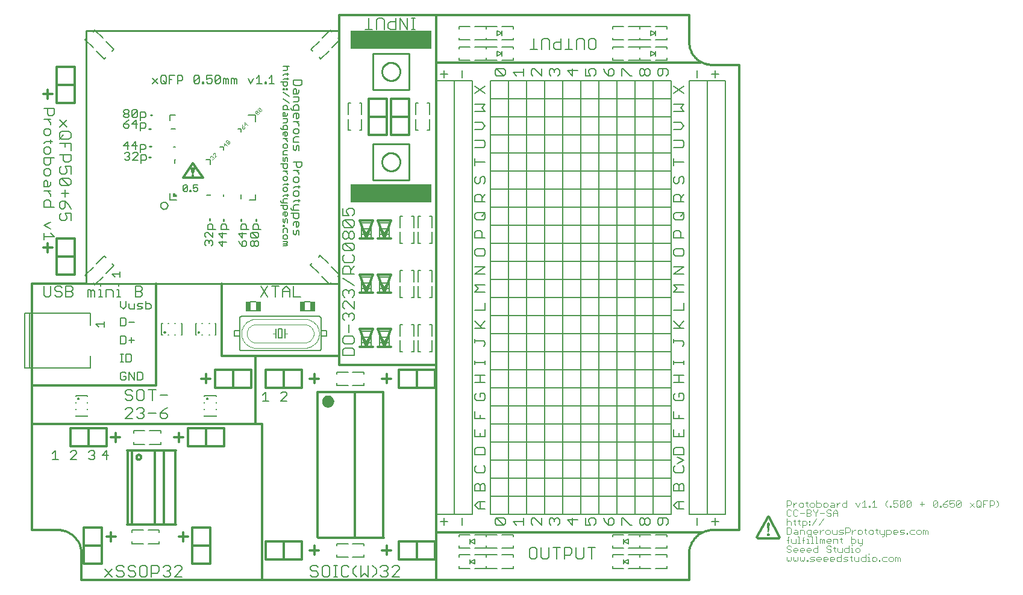
<source format=gto>
G75*
G70*
%OFA0B0*%
%FSLAX24Y24*%
%IPPOS*%
%LPD*%
%AMOC8*
5,1,8,0,0,1.08239X$1,22.5*
%
%ADD10C,0.0120*%
%ADD11C,0.0080*%
%ADD12C,0.0070*%
%ADD13C,0.0060*%
%ADD14C,0.0160*%
%ADD15C,0.0050*%
%ADD16C,0.0030*%
%ADD17C,0.0086*%
%ADD18R,0.4500X0.1000*%
%ADD19R,0.0551X0.0079*%
%ADD20C,0.0020*%
%ADD21R,0.0256X0.0551*%
%ADD22C,0.0100*%
D10*
X007511Y003542D02*
X017511Y003542D01*
X027136Y003542D01*
X027136Y006167D01*
X041886Y006167D01*
X042511Y006292D02*
X043886Y006292D01*
X043886Y032042D01*
X042386Y032042D01*
X041761Y032167D02*
X027136Y032167D01*
X027136Y034792D01*
X021761Y034792D01*
X021761Y015917D01*
X017136Y015917D01*
X017136Y012167D01*
X004761Y012167D01*
X004761Y006292D01*
X006136Y006292D01*
X006137Y006292D02*
X006208Y006293D01*
X006279Y006291D01*
X006350Y006284D01*
X006420Y006274D01*
X006490Y006260D01*
X006559Y006243D01*
X006627Y006221D01*
X006693Y006196D01*
X006759Y006168D01*
X006822Y006136D01*
X006884Y006100D01*
X006944Y006062D01*
X007001Y006020D01*
X007056Y005975D01*
X007109Y005927D01*
X007159Y005876D01*
X007206Y005823D01*
X007250Y005767D01*
X007291Y005709D01*
X007329Y005649D01*
X007364Y005587D01*
X007395Y005523D01*
X007423Y005457D01*
X007447Y005390D01*
X007467Y005322D01*
X007484Y005253D01*
X007497Y005183D01*
X007506Y005112D01*
X007512Y005042D01*
X007511Y005042D02*
X007511Y003542D01*
X007636Y004417D02*
X007636Y005417D01*
X008636Y005417D01*
X008636Y006417D01*
X007636Y006417D01*
X007636Y005417D01*
X008636Y005417D02*
X008636Y004417D01*
X007636Y004417D01*
X008886Y005917D02*
X009386Y005917D01*
X009136Y005667D02*
X009136Y006167D01*
X010040Y006614D02*
X012727Y006614D01*
X012688Y006622D02*
X012688Y007622D01*
X012688Y007646D02*
X012688Y008646D01*
X012688Y008670D02*
X012688Y009670D01*
X012688Y009693D02*
X012688Y010693D01*
X012727Y010708D02*
X010040Y010708D01*
X010063Y010693D02*
X010063Y009693D01*
X010063Y009670D02*
X010063Y008670D01*
X010063Y008646D02*
X010063Y007646D01*
X010063Y007622D02*
X010063Y006622D01*
X010313Y006622D02*
X010313Y007622D01*
X010313Y007646D02*
X010313Y008646D01*
X010313Y008670D02*
X010313Y009670D01*
X010313Y009693D02*
X010313Y010693D01*
X010552Y010324D02*
X010554Y010346D01*
X010560Y010368D01*
X010569Y010388D01*
X010582Y010406D01*
X010598Y010422D01*
X010616Y010435D01*
X010636Y010444D01*
X010658Y010450D01*
X010680Y010452D01*
X010702Y010450D01*
X010724Y010444D01*
X010744Y010435D01*
X010762Y010422D01*
X010778Y010406D01*
X010791Y010388D01*
X010800Y010368D01*
X010806Y010346D01*
X010808Y010324D01*
X010806Y010302D01*
X010800Y010280D01*
X010791Y010260D01*
X010778Y010242D01*
X010762Y010226D01*
X010744Y010213D01*
X010724Y010204D01*
X010702Y010198D01*
X010680Y010196D01*
X010658Y010198D01*
X010636Y010204D01*
X010616Y010213D01*
X010598Y010226D01*
X010582Y010242D01*
X010569Y010260D01*
X010560Y010280D01*
X010554Y010302D01*
X010552Y010324D01*
X011563Y010693D02*
X011563Y009693D01*
X011563Y009670D02*
X011563Y008670D01*
X011563Y008646D02*
X011563Y007646D01*
X011563Y007622D02*
X011563Y006622D01*
X012063Y006622D02*
X012063Y007622D01*
X012063Y007646D02*
X012063Y008646D01*
X012063Y008670D02*
X012063Y009670D01*
X012063Y009693D02*
X012063Y010693D01*
X012886Y011167D02*
X012886Y011667D01*
X013136Y011417D02*
X012636Y011417D01*
X013386Y011917D02*
X013386Y010917D01*
X014386Y010917D01*
X014386Y011917D01*
X013386Y011917D01*
X014386Y011917D02*
X015386Y011917D01*
X015386Y010917D01*
X014386Y010917D01*
X017136Y012167D02*
X017511Y012167D01*
X017511Y003542D01*
X017705Y004667D02*
X018705Y004667D01*
X018705Y005667D01*
X017705Y005667D01*
X017705Y004667D01*
X018705Y004667D02*
X019705Y004667D01*
X019705Y005667D01*
X018705Y005667D01*
X020136Y005167D02*
X020636Y005167D01*
X020386Y005417D02*
X020386Y004917D01*
X020589Y005852D02*
X024221Y005852D01*
X024197Y005893D02*
X024197Y006940D01*
X024197Y006893D02*
X024197Y007940D01*
X024197Y007893D02*
X024197Y008940D01*
X024197Y008893D02*
X024197Y009940D01*
X024197Y009893D02*
X024197Y010940D01*
X024197Y010893D02*
X024197Y011940D01*
X024197Y011893D02*
X024197Y012940D01*
X024197Y012893D02*
X024197Y013940D01*
X024136Y013917D02*
X020636Y013917D01*
X020575Y013940D02*
X020575Y012893D01*
X020575Y012940D02*
X020575Y011893D01*
X020575Y011940D02*
X020575Y010893D01*
X020575Y010940D02*
X020575Y009893D01*
X020575Y009940D02*
X020575Y008893D01*
X020575Y008940D02*
X020575Y007893D01*
X020575Y007940D02*
X020575Y006893D01*
X020575Y006940D02*
X020575Y005893D01*
X022636Y005917D02*
X022636Y006917D01*
X022636Y007917D01*
X022636Y008917D01*
X022636Y009917D01*
X022636Y010917D01*
X022636Y011917D01*
X022636Y012917D01*
X022636Y013917D01*
X024136Y014667D02*
X024636Y014667D01*
X024386Y014917D02*
X024386Y014417D01*
X025067Y014167D02*
X026067Y014167D01*
X026067Y015167D01*
X025067Y015167D01*
X025067Y014167D01*
X026067Y014167D02*
X027067Y014167D01*
X027067Y015167D01*
X026067Y015167D01*
X027136Y015417D02*
X021761Y015417D01*
X021761Y015917D01*
X022886Y016417D02*
X023261Y016417D01*
X022886Y017417D01*
X023636Y017417D01*
X023261Y016417D01*
X023636Y016417D01*
X023886Y016417D02*
X024261Y016417D01*
X023886Y017417D01*
X024636Y017417D01*
X024261Y016417D01*
X024636Y016417D01*
X020636Y014667D02*
X020136Y014667D01*
X020386Y014917D02*
X020386Y014417D01*
X019705Y014167D02*
X018705Y014167D01*
X018705Y015167D01*
X017705Y015167D01*
X017705Y014167D01*
X018705Y014167D01*
X019705Y014167D02*
X019705Y015167D01*
X018705Y015167D01*
X017136Y015917D02*
X015261Y015917D01*
X015261Y019917D01*
X011636Y019917D02*
X011636Y014292D01*
X004761Y014292D01*
X004761Y012167D01*
X006886Y011917D02*
X006886Y010917D01*
X007886Y010917D01*
X007886Y011917D01*
X006886Y011917D01*
X007886Y011917D02*
X008886Y011917D01*
X008886Y010917D01*
X007886Y010917D01*
X009136Y011417D02*
X009636Y011417D01*
X009386Y011667D02*
X009386Y011167D01*
X004761Y014292D02*
X004761Y019917D01*
X007761Y019917D01*
X007136Y020417D02*
X007136Y021417D01*
X006136Y021417D01*
X006136Y020417D01*
X007136Y020417D01*
X007136Y021417D02*
X007136Y022417D01*
X006136Y022417D01*
X006136Y021417D01*
X005886Y021917D02*
X005386Y021917D01*
X005636Y021667D02*
X005636Y022167D01*
X013137Y025783D02*
X014219Y025783D01*
X013678Y026610D01*
X013137Y025783D01*
X013678Y026069D02*
X013742Y026290D01*
X013614Y026290D01*
X013678Y026069D01*
X007136Y029917D02*
X007136Y030917D01*
X006136Y030917D01*
X006136Y029917D01*
X007136Y029917D01*
X005886Y030417D02*
X005386Y030417D01*
X005636Y030167D02*
X005636Y030667D01*
X006136Y030917D02*
X006136Y031917D01*
X007136Y031917D01*
X007136Y030917D01*
X023386Y030167D02*
X023386Y029167D01*
X024386Y029167D01*
X024386Y030167D01*
X023386Y030167D01*
X023386Y029167D02*
X023386Y028167D01*
X024386Y028167D01*
X024386Y029167D01*
X024636Y029167D02*
X025636Y029167D01*
X025636Y030167D01*
X024636Y030167D01*
X024636Y029167D01*
X024636Y028167D01*
X025636Y028167D01*
X025636Y029167D01*
X027136Y032167D02*
X027136Y006167D01*
X027067Y005667D02*
X026067Y005667D01*
X026067Y004667D01*
X027067Y004667D01*
X027067Y005667D01*
X026067Y005667D02*
X025067Y005667D01*
X025067Y004667D01*
X026067Y004667D01*
X024636Y005167D02*
X024136Y005167D01*
X024386Y005417D02*
X024386Y004917D01*
X027136Y003542D02*
X041136Y003542D01*
X041136Y005042D01*
X041136Y005041D02*
X041142Y005112D01*
X041151Y005183D01*
X041164Y005253D01*
X041181Y005322D01*
X041201Y005390D01*
X041225Y005457D01*
X041253Y005523D01*
X041284Y005587D01*
X041319Y005649D01*
X041357Y005709D01*
X041398Y005767D01*
X041442Y005823D01*
X041489Y005876D01*
X041539Y005927D01*
X041592Y005975D01*
X041647Y006020D01*
X041704Y006062D01*
X041764Y006100D01*
X041826Y006136D01*
X041889Y006168D01*
X041955Y006196D01*
X042021Y006221D01*
X042089Y006243D01*
X042158Y006260D01*
X042228Y006274D01*
X042298Y006284D01*
X042369Y006291D01*
X042440Y006293D01*
X042512Y006292D01*
X044871Y005894D02*
X045487Y007026D01*
X045536Y007026D01*
X046151Y005894D01*
X046102Y005845D01*
X044921Y005845D01*
X044871Y005894D01*
X024636Y019417D02*
X024261Y019417D01*
X023886Y020417D01*
X024636Y020417D01*
X024261Y019417D01*
X023886Y019417D01*
X023636Y019417D02*
X023261Y019417D01*
X022886Y020417D01*
X023636Y020417D01*
X023261Y019417D01*
X022886Y019417D01*
X022886Y022417D02*
X023261Y022417D01*
X022886Y023417D01*
X023636Y023417D01*
X023261Y022417D01*
X023636Y022417D01*
X023886Y022417D02*
X024261Y022417D01*
X023886Y023417D01*
X024636Y023417D01*
X024261Y022417D01*
X024636Y022417D01*
X016886Y015167D02*
X015886Y015167D01*
X015886Y014167D01*
X016886Y014167D01*
X016886Y015167D01*
X015886Y015167D02*
X014886Y015167D01*
X014886Y014167D01*
X015886Y014167D01*
X014636Y014667D02*
X014136Y014667D01*
X014386Y014417D02*
X014386Y014917D01*
X014636Y006417D02*
X013636Y006417D01*
X013636Y005417D01*
X014636Y005417D01*
X014636Y006417D01*
X013386Y005917D02*
X012886Y005917D01*
X013136Y005667D02*
X013136Y006167D01*
X013636Y005417D02*
X013636Y004417D01*
X014636Y004417D01*
X014636Y005417D01*
X041136Y033292D02*
X041136Y034792D01*
X027136Y034792D01*
X041136Y033292D02*
X041138Y033224D01*
X041143Y033157D01*
X041152Y033090D01*
X041165Y033023D01*
X041182Y032958D01*
X041201Y032893D01*
X041225Y032829D01*
X041252Y032767D01*
X041282Y032706D01*
X041315Y032648D01*
X041351Y032591D01*
X041391Y032536D01*
X041433Y032483D01*
X041479Y032432D01*
X041526Y032385D01*
X041577Y032339D01*
X041630Y032297D01*
X041685Y032257D01*
X041742Y032221D01*
X041800Y032188D01*
X041861Y032158D01*
X041923Y032131D01*
X041987Y032107D01*
X042052Y032088D01*
X042117Y032071D01*
X042184Y032058D01*
X042251Y032049D01*
X042318Y032044D01*
X042386Y032042D01*
D11*
X035971Y032985D02*
X035971Y033398D01*
X035868Y033502D01*
X035661Y033502D01*
X035558Y033398D01*
X035558Y032985D01*
X035661Y032881D01*
X035868Y032881D01*
X035971Y032985D01*
X035327Y032881D02*
X035327Y033398D01*
X035223Y033502D01*
X035016Y033502D01*
X034913Y033398D01*
X034913Y032881D01*
X034682Y032881D02*
X034269Y032881D01*
X034475Y032881D02*
X034475Y033502D01*
X034038Y033502D02*
X034038Y032881D01*
X033727Y032881D01*
X033624Y032985D01*
X033624Y033191D01*
X033727Y033295D01*
X034038Y033295D01*
X033393Y033398D02*
X033393Y032881D01*
X032979Y032881D02*
X032979Y033398D01*
X033083Y033502D01*
X033290Y033502D01*
X033393Y033398D01*
X032542Y033502D02*
X032542Y032881D01*
X032749Y032881D02*
X032335Y032881D01*
X025971Y034006D02*
X025764Y034006D01*
X025868Y034006D02*
X025868Y034627D01*
X025971Y034627D02*
X025764Y034627D01*
X025542Y034627D02*
X025542Y034006D01*
X025128Y034627D01*
X025128Y034006D01*
X024897Y034006D02*
X024587Y034006D01*
X024483Y034110D01*
X024483Y034316D01*
X024587Y034420D01*
X024897Y034420D01*
X024897Y034627D02*
X024897Y034006D01*
X024252Y034006D02*
X024252Y034523D01*
X024149Y034627D01*
X023942Y034627D01*
X023839Y034523D01*
X023839Y034006D01*
X023608Y034006D02*
X023194Y034006D01*
X023401Y034006D02*
X023401Y034627D01*
X022493Y024105D02*
X022596Y024001D01*
X022596Y023794D01*
X022493Y023691D01*
X022286Y023691D02*
X022183Y023898D01*
X022183Y024001D01*
X022286Y024105D01*
X022493Y024105D01*
X022286Y023691D02*
X021976Y023691D01*
X021976Y024105D01*
X022079Y023460D02*
X022493Y023046D01*
X022596Y023150D01*
X022596Y023357D01*
X022493Y023460D01*
X022079Y023460D01*
X021976Y023357D01*
X021976Y023150D01*
X022079Y023046D01*
X022493Y023046D01*
X022493Y022816D02*
X022596Y022712D01*
X022596Y022505D01*
X022493Y022402D01*
X022389Y022402D01*
X022286Y022505D01*
X022286Y022712D01*
X022389Y022816D01*
X022493Y022816D01*
X022286Y022712D02*
X022183Y022816D01*
X022079Y022816D01*
X021976Y022712D01*
X021976Y022505D01*
X022079Y022402D01*
X022183Y022402D01*
X022286Y022505D01*
X022493Y022171D02*
X022596Y022068D01*
X022596Y021861D01*
X022493Y021757D01*
X022079Y022171D01*
X022493Y022171D01*
X022493Y021757D02*
X022079Y021757D01*
X021976Y021861D01*
X021976Y022068D01*
X022079Y022171D01*
X022079Y021527D02*
X021976Y021423D01*
X021976Y021216D01*
X022079Y021113D01*
X022493Y021113D01*
X022596Y021216D01*
X022596Y021423D01*
X022493Y021527D01*
X022596Y020882D02*
X022389Y020675D01*
X022389Y020779D02*
X022389Y020468D01*
X022596Y020468D02*
X021976Y020468D01*
X021976Y020779D01*
X022079Y020882D01*
X022286Y020882D01*
X022389Y020779D01*
X021976Y020238D02*
X022596Y019824D01*
X022493Y019593D02*
X022596Y019490D01*
X022596Y019283D01*
X022493Y019179D01*
X022596Y018948D02*
X022596Y018535D01*
X022183Y018948D01*
X022079Y018948D01*
X021976Y018845D01*
X021976Y018638D01*
X022079Y018535D01*
X022079Y018304D02*
X022183Y018304D01*
X022286Y018201D01*
X022389Y018304D01*
X022493Y018304D01*
X022596Y018201D01*
X022596Y017994D01*
X022493Y017890D01*
X022286Y018097D02*
X022286Y018201D01*
X022079Y018304D02*
X021976Y018201D01*
X021976Y017994D01*
X022079Y017890D01*
X022286Y017659D02*
X022286Y017246D01*
X022493Y017015D02*
X022079Y017015D01*
X021976Y016911D01*
X021976Y016705D01*
X022079Y016601D01*
X022493Y016601D01*
X022596Y016705D01*
X022596Y016911D01*
X022493Y017015D01*
X022493Y016370D02*
X022079Y016370D01*
X021976Y016267D01*
X021976Y015957D01*
X022596Y015957D01*
X022596Y016267D01*
X022493Y016370D01*
X022079Y019179D02*
X021976Y019283D01*
X021976Y019490D01*
X022079Y019593D01*
X022183Y019593D01*
X022286Y019490D01*
X022389Y019593D01*
X022493Y019593D01*
X022286Y019490D02*
X022286Y019386D01*
X019636Y019207D02*
X019249Y019207D01*
X019249Y019787D01*
X019029Y019594D02*
X019029Y019207D01*
X019029Y019497D02*
X018642Y019497D01*
X018642Y019594D02*
X018642Y019207D01*
X018642Y019594D02*
X018835Y019787D01*
X019029Y019594D01*
X018421Y019787D02*
X018034Y019787D01*
X018227Y019787D02*
X018227Y019207D01*
X017813Y019207D02*
X017426Y019787D01*
X017813Y019787D02*
X017426Y019207D01*
X010877Y019303D02*
X010781Y019207D01*
X010490Y019207D01*
X010490Y019787D01*
X010781Y019787D01*
X010877Y019690D01*
X010877Y019594D01*
X010781Y019497D01*
X010490Y019497D01*
X010781Y019497D02*
X010877Y019400D01*
X010877Y019303D01*
X009671Y019207D02*
X009478Y019207D01*
X009574Y019207D02*
X009574Y019594D01*
X009478Y019594D01*
X009574Y019787D02*
X009574Y019884D01*
X009257Y019497D02*
X009160Y019594D01*
X008870Y019594D01*
X008870Y019207D01*
X008658Y019207D02*
X008465Y019207D01*
X008562Y019207D02*
X008562Y019594D01*
X008465Y019594D01*
X008562Y019787D02*
X008562Y019884D01*
X008244Y019497D02*
X008147Y019594D01*
X008051Y019497D01*
X008051Y019207D01*
X008244Y019207D02*
X008244Y019497D01*
X008051Y019497D02*
X007954Y019594D01*
X007857Y019594D01*
X007857Y019207D01*
X007029Y019303D02*
X006932Y019207D01*
X006642Y019207D01*
X006642Y019787D01*
X006932Y019787D01*
X007029Y019690D01*
X007029Y019594D01*
X006932Y019497D01*
X006642Y019497D01*
X006421Y019400D02*
X006421Y019303D01*
X006324Y019207D01*
X006131Y019207D01*
X006034Y019303D01*
X006131Y019497D02*
X006324Y019497D01*
X006421Y019400D01*
X006421Y019690D02*
X006324Y019787D01*
X006131Y019787D01*
X006034Y019690D01*
X006034Y019594D01*
X006131Y019497D01*
X005813Y019303D02*
X005813Y019787D01*
X005426Y019787D02*
X005426Y019303D01*
X005523Y019207D01*
X005716Y019207D01*
X005813Y019303D01*
X006932Y019497D02*
X007029Y019400D01*
X007029Y019303D01*
X009257Y019207D02*
X009257Y019497D01*
X005426Y022352D02*
X005426Y022739D01*
X005426Y022546D02*
X006007Y022546D01*
X005813Y022739D01*
X005813Y022960D02*
X005426Y023154D01*
X005813Y023347D01*
X006301Y023535D02*
X006301Y023742D01*
X006405Y023845D01*
X006611Y023845D02*
X006715Y023639D01*
X006715Y023535D01*
X006611Y023432D01*
X006405Y023432D01*
X006301Y023535D01*
X006611Y023845D02*
X006922Y023845D01*
X006922Y023432D01*
X006922Y024076D02*
X006818Y024283D01*
X006611Y024490D01*
X006611Y024180D01*
X006508Y024076D01*
X006405Y024076D01*
X006301Y024180D01*
X006301Y024387D01*
X006405Y024490D01*
X006611Y024490D01*
X006611Y024721D02*
X006611Y025135D01*
X006818Y024928D02*
X006405Y024928D01*
X006405Y025365D02*
X006301Y025469D01*
X006301Y025676D01*
X006405Y025779D01*
X006818Y025365D01*
X006405Y025365D01*
X006818Y025365D02*
X006922Y025469D01*
X006922Y025676D01*
X006818Y025779D01*
X006405Y025779D01*
X006405Y026010D02*
X006301Y026113D01*
X006301Y026320D01*
X006405Y026424D01*
X006611Y026424D02*
X006715Y026217D01*
X006715Y026113D01*
X006611Y026010D01*
X006405Y026010D01*
X006611Y026424D02*
X006922Y026424D01*
X006922Y026010D01*
X006818Y026654D02*
X006611Y026654D01*
X006508Y026758D01*
X006508Y027068D01*
X006301Y027068D02*
X006922Y027068D01*
X006922Y026758D01*
X006818Y026654D01*
X006922Y027299D02*
X006922Y027713D01*
X006301Y027713D01*
X006301Y027944D02*
X006508Y028150D01*
X006405Y027944D02*
X006301Y028047D01*
X006301Y028254D01*
X006405Y028357D01*
X006818Y028357D01*
X006922Y028254D01*
X006922Y028047D01*
X006818Y027944D01*
X006405Y027944D01*
X006611Y027713D02*
X006611Y027506D01*
X005910Y027808D02*
X005523Y027808D01*
X005426Y027711D01*
X005523Y027500D02*
X005426Y027403D01*
X005426Y027209D01*
X005523Y027113D01*
X005716Y027113D01*
X005813Y027209D01*
X005813Y027403D01*
X005716Y027500D01*
X005523Y027500D01*
X005813Y027711D02*
X005813Y027905D01*
X005716Y028126D02*
X005813Y028222D01*
X005813Y028416D01*
X005716Y028513D01*
X005523Y028513D01*
X005426Y028416D01*
X005426Y028222D01*
X005523Y028126D01*
X005716Y028126D01*
X005813Y028729D02*
X005813Y028826D01*
X005620Y029019D01*
X005813Y029019D02*
X005426Y029019D01*
X005716Y029240D02*
X005620Y029336D01*
X005620Y029627D01*
X005426Y029627D02*
X006007Y029627D01*
X006007Y029336D01*
X005910Y029240D01*
X005716Y029240D01*
X006301Y029002D02*
X006715Y028588D01*
X006715Y029002D02*
X006301Y028588D01*
X006007Y026892D02*
X005426Y026892D01*
X005426Y026602D01*
X005523Y026505D01*
X005716Y026505D01*
X005813Y026602D01*
X005813Y026892D01*
X005716Y026284D02*
X005523Y026284D01*
X005426Y026188D01*
X005426Y025994D01*
X005523Y025897D01*
X005716Y025897D01*
X005813Y025994D01*
X005813Y026188D01*
X005716Y026284D01*
X005523Y025677D02*
X005620Y025580D01*
X005620Y025290D01*
X005716Y025290D02*
X005426Y025290D01*
X005426Y025580D01*
X005523Y025677D01*
X005813Y025580D02*
X005813Y025386D01*
X005716Y025290D01*
X005620Y025069D02*
X005813Y024875D01*
X005813Y024779D01*
X005716Y024562D02*
X005813Y024466D01*
X005813Y024175D01*
X006007Y024175D02*
X005426Y024175D01*
X005426Y024466D01*
X005523Y024562D01*
X005716Y024562D01*
X005813Y025069D02*
X005426Y025069D01*
X010030Y014077D02*
X009926Y013974D01*
X009926Y013870D01*
X010030Y013767D01*
X010236Y013767D01*
X010340Y013664D01*
X010340Y013560D01*
X010236Y013457D01*
X010030Y013457D01*
X009926Y013560D01*
X010030Y014077D02*
X010236Y014077D01*
X010340Y013974D01*
X010571Y013974D02*
X010571Y013560D01*
X010674Y013457D01*
X010881Y013457D01*
X010984Y013560D01*
X010984Y013974D01*
X010881Y014077D01*
X010674Y014077D01*
X010571Y013974D01*
X011215Y014077D02*
X011629Y014077D01*
X011422Y014077D02*
X011422Y013457D01*
X011860Y013767D02*
X012273Y013767D01*
X012273Y013077D02*
X012067Y012974D01*
X011860Y012767D01*
X012170Y012767D01*
X012273Y012664D01*
X012273Y012560D01*
X012170Y012457D01*
X011963Y012457D01*
X011860Y012560D01*
X011860Y012767D01*
X011629Y012767D02*
X011215Y012767D01*
X010984Y012870D02*
X010881Y012767D01*
X010984Y012664D01*
X010984Y012560D01*
X010881Y012457D01*
X010674Y012457D01*
X010571Y012560D01*
X010340Y012457D02*
X009926Y012457D01*
X010340Y012870D01*
X010340Y012974D01*
X010236Y013077D01*
X010030Y013077D01*
X009926Y012974D01*
X010571Y012974D02*
X010674Y013077D01*
X010881Y013077D01*
X010984Y012974D01*
X010984Y012870D01*
X010881Y012767D02*
X010778Y012767D01*
X010838Y004327D02*
X010735Y004224D01*
X010735Y003810D01*
X010838Y003707D01*
X011045Y003707D01*
X011148Y003810D01*
X011148Y004224D01*
X011045Y004327D01*
X010838Y004327D01*
X010504Y004224D02*
X010401Y004327D01*
X010194Y004327D01*
X010090Y004224D01*
X010090Y004120D01*
X010194Y004017D01*
X010401Y004017D01*
X010504Y003914D01*
X010504Y003810D01*
X010401Y003707D01*
X010194Y003707D01*
X010090Y003810D01*
X009859Y003810D02*
X009756Y003707D01*
X009549Y003707D01*
X009446Y003810D01*
X009549Y004017D02*
X009756Y004017D01*
X009859Y003914D01*
X009859Y003810D01*
X009549Y004017D02*
X009446Y004120D01*
X009446Y004224D01*
X009549Y004327D01*
X009756Y004327D01*
X009859Y004224D01*
X009215Y004120D02*
X008801Y003707D01*
X008801Y004120D02*
X009215Y003707D01*
X011379Y003707D02*
X011379Y004327D01*
X011690Y004327D01*
X011793Y004224D01*
X011793Y004017D01*
X011690Y003914D01*
X011379Y003914D01*
X012024Y003810D02*
X012127Y003707D01*
X012334Y003707D01*
X012438Y003810D01*
X012438Y003914D01*
X012334Y004017D01*
X012231Y004017D01*
X012334Y004017D02*
X012438Y004120D01*
X012438Y004224D01*
X012334Y004327D01*
X012127Y004327D01*
X012024Y004224D01*
X012668Y004224D02*
X012772Y004327D01*
X012979Y004327D01*
X013082Y004224D01*
X013082Y004120D01*
X012668Y003707D01*
X013082Y003707D01*
X020176Y003810D02*
X020280Y003707D01*
X020486Y003707D01*
X020590Y003810D01*
X020590Y003914D01*
X020486Y004017D01*
X020280Y004017D01*
X020176Y004120D01*
X020176Y004224D01*
X020280Y004327D01*
X020486Y004327D01*
X020590Y004224D01*
X020821Y004224D02*
X020821Y003810D01*
X020924Y003707D01*
X021131Y003707D01*
X021234Y003810D01*
X021234Y004224D01*
X021131Y004327D01*
X020924Y004327D01*
X020821Y004224D01*
X021465Y004327D02*
X021672Y004327D01*
X021569Y004327D02*
X021569Y003707D01*
X021672Y003707D02*
X021465Y003707D01*
X021895Y003810D02*
X021998Y003707D01*
X022205Y003707D01*
X022309Y003810D01*
X022539Y003914D02*
X022539Y004120D01*
X022746Y004327D01*
X022969Y004327D02*
X022969Y003707D01*
X023176Y003914D01*
X023383Y003707D01*
X023383Y004327D01*
X023614Y004327D02*
X023821Y004120D01*
X023821Y003914D01*
X023614Y003707D01*
X024043Y003810D02*
X024147Y003707D01*
X024354Y003707D01*
X024457Y003810D01*
X024457Y003914D01*
X024354Y004017D01*
X024250Y004017D01*
X024354Y004017D02*
X024457Y004120D01*
X024457Y004224D01*
X024354Y004327D01*
X024147Y004327D01*
X024043Y004224D01*
X024688Y004224D02*
X024791Y004327D01*
X024998Y004327D01*
X025102Y004224D01*
X025102Y004120D01*
X024688Y003707D01*
X025102Y003707D01*
X022746Y003707D02*
X022539Y003914D01*
X022309Y004224D02*
X022205Y004327D01*
X021998Y004327D01*
X021895Y004224D01*
X021895Y003810D01*
X032301Y004810D02*
X032405Y004707D01*
X032611Y004707D01*
X032715Y004810D01*
X032715Y005224D01*
X032611Y005327D01*
X032405Y005327D01*
X032301Y005224D01*
X032301Y004810D01*
X032946Y004810D02*
X033049Y004707D01*
X033256Y004707D01*
X033359Y004810D01*
X033359Y005327D01*
X033590Y005327D02*
X034004Y005327D01*
X033797Y005327D02*
X033797Y004707D01*
X034235Y004707D02*
X034235Y005327D01*
X034545Y005327D01*
X034648Y005224D01*
X034648Y005017D01*
X034545Y004914D01*
X034235Y004914D01*
X034879Y004810D02*
X034983Y004707D01*
X035190Y004707D01*
X035293Y004810D01*
X035293Y005327D01*
X035524Y005327D02*
X035938Y005327D01*
X035731Y005327D02*
X035731Y004707D01*
X034879Y004810D02*
X034879Y005327D01*
X032946Y005327D02*
X032946Y004810D01*
D12*
X032976Y006570D02*
X032583Y006963D01*
X032484Y006963D01*
X032386Y006865D01*
X032386Y006668D01*
X032484Y006570D01*
X032976Y006570D02*
X032976Y006963D01*
X033386Y006865D02*
X033484Y006963D01*
X033583Y006963D01*
X033681Y006865D01*
X033779Y006963D01*
X033878Y006963D01*
X033976Y006865D01*
X033976Y006668D01*
X033878Y006570D01*
X033681Y006767D02*
X033681Y006865D01*
X033386Y006865D02*
X033386Y006668D01*
X033484Y006570D01*
X034386Y006865D02*
X034681Y006570D01*
X034681Y006963D01*
X034976Y006865D02*
X034386Y006865D01*
X035386Y006963D02*
X035386Y006570D01*
X035681Y006570D01*
X035583Y006767D01*
X035583Y006865D01*
X035681Y006963D01*
X035878Y006963D01*
X035976Y006865D01*
X035976Y006668D01*
X035878Y006570D01*
X036484Y006767D02*
X036681Y006570D01*
X036681Y006865D01*
X036779Y006963D01*
X036878Y006963D01*
X036976Y006865D01*
X036976Y006668D01*
X036878Y006570D01*
X036681Y006570D01*
X036484Y006767D02*
X036386Y006963D01*
X037386Y006963D02*
X037386Y006570D01*
X037386Y006963D02*
X037484Y006963D01*
X037878Y006570D01*
X037976Y006570D01*
X038386Y006668D02*
X038386Y006865D01*
X038484Y006963D01*
X038583Y006963D01*
X038681Y006865D01*
X038681Y006668D01*
X038583Y006570D01*
X038484Y006570D01*
X038386Y006668D01*
X038681Y006668D02*
X038779Y006570D01*
X038878Y006570D01*
X038976Y006668D01*
X038976Y006865D01*
X038878Y006963D01*
X038779Y006963D01*
X038681Y006865D01*
X039386Y006865D02*
X039386Y006668D01*
X039484Y006570D01*
X039583Y006570D01*
X039681Y006668D01*
X039681Y006963D01*
X039484Y006963D02*
X039386Y006865D01*
X039484Y006963D02*
X039878Y006963D01*
X039976Y006865D01*
X039976Y006668D01*
X039878Y006570D01*
X040458Y007456D02*
X040261Y007652D01*
X040458Y007849D01*
X040851Y007849D01*
X040556Y007849D02*
X040556Y007456D01*
X040458Y007456D02*
X040851Y007456D01*
X041556Y006970D02*
X041556Y006577D01*
X042359Y006774D02*
X042753Y006774D01*
X042556Y006970D02*
X042556Y006577D01*
X040851Y008456D02*
X040261Y008456D01*
X040261Y008751D01*
X040359Y008849D01*
X040458Y008849D01*
X040556Y008751D01*
X040556Y008456D01*
X040556Y008751D02*
X040654Y008849D01*
X040753Y008849D01*
X040851Y008751D01*
X040851Y008456D01*
X040753Y009456D02*
X040359Y009456D01*
X040261Y009554D01*
X040261Y009751D01*
X040359Y009849D01*
X040458Y009952D02*
X040851Y010149D01*
X040458Y010345D01*
X040261Y010456D02*
X040851Y010456D01*
X040851Y010751D01*
X040753Y010849D01*
X040359Y010849D01*
X040261Y010751D01*
X040261Y010456D01*
X040753Y009849D02*
X040851Y009751D01*
X040851Y009554D01*
X040753Y009456D01*
X040851Y011456D02*
X040261Y011456D01*
X040261Y011849D01*
X040556Y011652D02*
X040556Y011456D01*
X040851Y011456D02*
X040851Y011849D01*
X040851Y012456D02*
X040261Y012456D01*
X040261Y012849D01*
X040556Y012652D02*
X040556Y012456D01*
X040359Y013456D02*
X040753Y013456D01*
X040851Y013554D01*
X040851Y013751D01*
X040753Y013849D01*
X040556Y013849D01*
X040556Y013652D01*
X040359Y013456D02*
X040261Y013554D01*
X040261Y013751D01*
X040359Y013849D01*
X040261Y014456D02*
X040851Y014456D01*
X040556Y014456D02*
X040556Y014849D01*
X040261Y014849D02*
X040851Y014849D01*
X040851Y015456D02*
X040851Y015652D01*
X040851Y015554D02*
X040261Y015554D01*
X040261Y015456D02*
X040261Y015652D01*
X040753Y016456D02*
X040851Y016554D01*
X040851Y016652D01*
X040753Y016751D01*
X040261Y016751D01*
X040261Y016849D02*
X040261Y016652D01*
X040261Y017456D02*
X040851Y017456D01*
X040654Y017456D02*
X040261Y017849D01*
X040556Y017554D02*
X040851Y017849D01*
X040851Y018456D02*
X040261Y018456D01*
X040851Y018456D02*
X040851Y018849D01*
X040851Y019456D02*
X040261Y019456D01*
X040458Y019652D01*
X040261Y019849D01*
X040851Y019849D01*
X040851Y020456D02*
X040261Y020456D01*
X040851Y020849D01*
X040261Y020849D01*
X040359Y021456D02*
X040753Y021456D01*
X040851Y021554D01*
X040851Y021751D01*
X040753Y021849D01*
X040359Y021849D01*
X040261Y021751D01*
X040261Y021554D01*
X040359Y021456D01*
X040261Y022456D02*
X040261Y022751D01*
X040359Y022849D01*
X040556Y022849D01*
X040654Y022751D01*
X040654Y022456D01*
X040851Y022456D02*
X040261Y022456D01*
X040359Y023456D02*
X040261Y023554D01*
X040261Y023751D01*
X040359Y023849D01*
X040753Y023849D01*
X040851Y023751D01*
X040851Y023554D01*
X040753Y023456D01*
X040359Y023456D01*
X040654Y023652D02*
X040851Y023849D01*
X040851Y024456D02*
X040261Y024456D01*
X040261Y024751D01*
X040359Y024849D01*
X040556Y024849D01*
X040654Y024751D01*
X040654Y024456D01*
X040654Y024652D02*
X040851Y024849D01*
X040753Y025456D02*
X040851Y025554D01*
X040851Y025751D01*
X040753Y025849D01*
X040654Y025849D01*
X040556Y025751D01*
X040556Y025554D01*
X040458Y025456D01*
X040359Y025456D01*
X040261Y025554D01*
X040261Y025751D01*
X040359Y025849D01*
X040261Y026456D02*
X040261Y026849D01*
X040261Y026652D02*
X040851Y026652D01*
X040753Y027456D02*
X040261Y027456D01*
X040261Y027849D02*
X040753Y027849D01*
X040851Y027751D01*
X040851Y027554D01*
X040753Y027456D01*
X040654Y028456D02*
X040261Y028456D01*
X040261Y028849D02*
X040654Y028849D01*
X040851Y028652D01*
X040654Y028456D01*
X040851Y029456D02*
X040261Y029456D01*
X040261Y029849D02*
X040851Y029849D01*
X040654Y029652D01*
X040851Y029456D01*
X040851Y030456D02*
X040261Y030849D01*
X040261Y030456D02*
X040851Y030849D01*
X041556Y031327D02*
X041556Y031720D01*
X042359Y031524D02*
X042753Y031524D01*
X042556Y031720D02*
X042556Y031327D01*
X039976Y031542D02*
X039878Y031444D01*
X039976Y031542D02*
X039976Y031739D01*
X039878Y031837D01*
X039484Y031837D01*
X039386Y031739D01*
X039386Y031542D01*
X039484Y031444D01*
X039583Y031444D01*
X039681Y031542D01*
X039681Y031837D01*
X038976Y031739D02*
X038976Y031542D01*
X038878Y031444D01*
X038779Y031444D01*
X038681Y031542D01*
X038681Y031739D01*
X038779Y031837D01*
X038878Y031837D01*
X038976Y031739D01*
X038681Y031739D02*
X038583Y031837D01*
X038484Y031837D01*
X038386Y031739D01*
X038386Y031542D01*
X038484Y031444D01*
X038583Y031444D01*
X038681Y031542D01*
X037976Y031444D02*
X037878Y031444D01*
X037484Y031837D01*
X037386Y031837D01*
X037386Y031444D01*
X036976Y031542D02*
X036976Y031739D01*
X036878Y031837D01*
X036779Y031837D01*
X036681Y031739D01*
X036681Y031444D01*
X036878Y031444D01*
X036976Y031542D01*
X036681Y031444D02*
X036484Y031641D01*
X036386Y031837D01*
X035976Y031739D02*
X035976Y031542D01*
X035878Y031444D01*
X035681Y031444D02*
X035583Y031641D01*
X035583Y031739D01*
X035681Y031837D01*
X035878Y031837D01*
X035976Y031739D01*
X035681Y031444D02*
X035386Y031444D01*
X035386Y031837D01*
X034976Y031739D02*
X034386Y031739D01*
X034681Y031444D01*
X034681Y031837D01*
X033976Y031739D02*
X033976Y031542D01*
X033878Y031444D01*
X033681Y031641D02*
X033681Y031739D01*
X033779Y031837D01*
X033878Y031837D01*
X033976Y031739D01*
X033681Y031739D02*
X033583Y031837D01*
X033484Y031837D01*
X033386Y031739D01*
X033386Y031542D01*
X033484Y031444D01*
X032976Y031444D02*
X032976Y031837D01*
X032976Y031444D02*
X032583Y031837D01*
X032484Y031837D01*
X032386Y031739D01*
X032386Y031542D01*
X032484Y031444D01*
X031976Y031444D02*
X031976Y031837D01*
X031976Y031641D02*
X031386Y031641D01*
X031583Y031444D01*
X030976Y031542D02*
X030878Y031444D01*
X030484Y031837D01*
X030878Y031837D01*
X030976Y031739D01*
X030976Y031542D01*
X030878Y031444D02*
X030484Y031444D01*
X030386Y031542D01*
X030386Y031739D01*
X030484Y031837D01*
X029851Y030849D02*
X029261Y030456D01*
X029261Y030849D02*
X029851Y030456D01*
X029851Y029849D02*
X029261Y029849D01*
X029261Y029456D02*
X029851Y029456D01*
X029654Y029652D01*
X029851Y029849D01*
X029654Y028849D02*
X029261Y028849D01*
X029261Y028456D02*
X029654Y028456D01*
X029851Y028652D01*
X029654Y028849D01*
X029753Y027849D02*
X029261Y027849D01*
X029261Y027456D02*
X029753Y027456D01*
X029851Y027554D01*
X029851Y027751D01*
X029753Y027849D01*
X029261Y026849D02*
X029261Y026456D01*
X029261Y026652D02*
X029851Y026652D01*
X029753Y025849D02*
X029851Y025751D01*
X029851Y025554D01*
X029753Y025456D01*
X029556Y025554D02*
X029458Y025456D01*
X029359Y025456D01*
X029261Y025554D01*
X029261Y025751D01*
X029359Y025849D01*
X029556Y025751D02*
X029654Y025849D01*
X029753Y025849D01*
X029556Y025751D02*
X029556Y025554D01*
X029556Y024849D02*
X029654Y024751D01*
X029654Y024456D01*
X029654Y024652D02*
X029851Y024849D01*
X029556Y024849D02*
X029359Y024849D01*
X029261Y024751D01*
X029261Y024456D01*
X029851Y024456D01*
X029851Y023849D02*
X029654Y023652D01*
X029753Y023456D02*
X029851Y023554D01*
X029851Y023751D01*
X029753Y023849D01*
X029359Y023849D01*
X029261Y023751D01*
X029261Y023554D01*
X029359Y023456D01*
X029753Y023456D01*
X029556Y022849D02*
X029654Y022751D01*
X029654Y022456D01*
X029851Y022456D02*
X029261Y022456D01*
X029261Y022751D01*
X029359Y022849D01*
X029556Y022849D01*
X029359Y021849D02*
X029261Y021751D01*
X029261Y021554D01*
X029359Y021456D01*
X029753Y021456D01*
X029851Y021554D01*
X029851Y021751D01*
X029753Y021849D01*
X029359Y021849D01*
X029261Y020849D02*
X029851Y020849D01*
X029261Y020456D01*
X029851Y020456D01*
X029851Y019849D02*
X029261Y019849D01*
X029458Y019652D01*
X029261Y019456D01*
X029851Y019456D01*
X029851Y018849D02*
X029851Y018456D01*
X029261Y018456D01*
X029261Y017849D02*
X029654Y017456D01*
X029556Y017554D02*
X029851Y017849D01*
X029851Y017456D02*
X029261Y017456D01*
X029261Y016849D02*
X029261Y016652D01*
X029261Y016751D02*
X029753Y016751D01*
X029851Y016652D01*
X029851Y016554D01*
X029753Y016456D01*
X029851Y015652D02*
X029851Y015456D01*
X029851Y015554D02*
X029261Y015554D01*
X029261Y015456D02*
X029261Y015652D01*
X029261Y014849D02*
X029851Y014849D01*
X029556Y014849D02*
X029556Y014456D01*
X029851Y014456D02*
X029261Y014456D01*
X029359Y013849D02*
X029261Y013751D01*
X029261Y013554D01*
X029359Y013456D01*
X029753Y013456D01*
X029851Y013554D01*
X029851Y013751D01*
X029753Y013849D01*
X029556Y013849D01*
X029556Y013652D01*
X029261Y012849D02*
X029261Y012456D01*
X029851Y012456D01*
X029556Y012456D02*
X029556Y012652D01*
X029261Y011849D02*
X029261Y011456D01*
X029851Y011456D01*
X029851Y011849D01*
X029556Y011652D02*
X029556Y011456D01*
X029359Y010849D02*
X029261Y010751D01*
X029261Y010456D01*
X029851Y010456D01*
X029851Y010751D01*
X029753Y010849D01*
X029359Y010849D01*
X029359Y009849D02*
X029261Y009751D01*
X029261Y009554D01*
X029359Y009456D01*
X029753Y009456D01*
X029851Y009554D01*
X029851Y009751D01*
X029753Y009849D01*
X029753Y008849D02*
X029851Y008751D01*
X029851Y008456D01*
X029261Y008456D01*
X029261Y008751D01*
X029359Y008849D01*
X029458Y008849D01*
X029556Y008751D01*
X029556Y008456D01*
X029556Y008751D02*
X029654Y008849D01*
X029753Y008849D01*
X029851Y007849D02*
X029458Y007849D01*
X029261Y007652D01*
X029458Y007456D01*
X029851Y007456D01*
X029556Y007456D02*
X029556Y007849D01*
X030484Y006963D02*
X030386Y006865D01*
X030386Y006668D01*
X030484Y006570D01*
X030878Y006570D01*
X030484Y006963D01*
X030878Y006963D01*
X030976Y006865D01*
X030976Y006668D01*
X030878Y006570D01*
X031386Y006767D02*
X031976Y006767D01*
X031976Y006963D02*
X031976Y006570D01*
X031583Y006570D02*
X031386Y006767D01*
X028556Y006577D02*
X028556Y006970D01*
X027753Y006774D02*
X027359Y006774D01*
X027556Y006970D02*
X027556Y006577D01*
X027556Y031327D02*
X027556Y031720D01*
X027359Y031524D02*
X027753Y031524D01*
X028556Y031327D02*
X028556Y031720D01*
D13*
X019692Y031198D02*
X019692Y030978D01*
X019618Y030904D01*
X019325Y030904D01*
X019251Y030978D01*
X019251Y031198D01*
X019692Y031198D01*
X019545Y030664D02*
X019545Y030518D01*
X019471Y030444D01*
X019251Y030444D01*
X019251Y030664D01*
X019325Y030738D01*
X019398Y030664D01*
X019398Y030444D01*
X019251Y030277D02*
X019545Y030277D01*
X019545Y030057D01*
X019471Y029984D01*
X019251Y029984D01*
X019325Y029817D02*
X019251Y029744D01*
X019251Y029523D01*
X019178Y029523D02*
X019545Y029523D01*
X019545Y029744D01*
X019471Y029817D01*
X019325Y029817D01*
X019105Y029670D02*
X019105Y029597D01*
X019178Y029523D01*
X019325Y029357D02*
X019471Y029357D01*
X019545Y029283D01*
X019545Y029136D01*
X019471Y029063D01*
X019398Y029063D01*
X019398Y029357D01*
X019325Y029357D02*
X019251Y029283D01*
X019251Y029136D01*
X019251Y028896D02*
X019545Y028896D01*
X019398Y028896D02*
X019545Y028749D01*
X019545Y028676D01*
X019471Y028513D02*
X019325Y028513D01*
X019251Y028439D01*
X019251Y028292D01*
X019325Y028219D01*
X019471Y028219D01*
X019545Y028292D01*
X019545Y028439D01*
X019471Y028513D01*
X019545Y028052D02*
X019325Y028052D01*
X019251Y027979D01*
X019251Y027759D01*
X019545Y027759D01*
X019471Y027592D02*
X019545Y027519D01*
X019545Y027298D01*
X019398Y027372D02*
X019398Y027519D01*
X019471Y027592D01*
X019251Y027592D02*
X019251Y027372D01*
X019325Y027298D01*
X019398Y027372D01*
X019398Y026671D02*
X019398Y026451D01*
X019471Y026378D01*
X019618Y026378D01*
X019692Y026451D01*
X019692Y026671D01*
X019251Y026671D01*
X019251Y026211D02*
X019545Y026211D01*
X019545Y026064D02*
X019545Y025991D01*
X019545Y026064D02*
X019398Y026211D01*
X019325Y025827D02*
X019251Y025754D01*
X019251Y025607D01*
X019325Y025534D01*
X019471Y025534D01*
X019545Y025607D01*
X019545Y025754D01*
X019471Y025827D01*
X019325Y025827D01*
X019545Y025367D02*
X019545Y025220D01*
X019618Y025294D02*
X019325Y025294D01*
X019251Y025220D01*
X019325Y025060D02*
X019251Y024987D01*
X019251Y024840D01*
X019325Y024766D01*
X019471Y024766D01*
X019545Y024840D01*
X019545Y024987D01*
X019471Y025060D01*
X019325Y025060D01*
X019545Y024600D02*
X019545Y024453D01*
X019618Y024526D02*
X019325Y024526D01*
X019251Y024453D01*
X019325Y024293D02*
X019251Y024219D01*
X019251Y023999D01*
X019178Y023999D02*
X019105Y024073D01*
X019105Y024146D01*
X019178Y023999D02*
X019545Y023999D01*
X019545Y023832D02*
X019545Y023612D01*
X019471Y023539D01*
X019325Y023539D01*
X019251Y023612D01*
X019251Y023832D01*
X019105Y023832D02*
X019545Y023832D01*
X019545Y024293D02*
X019325Y024293D01*
X019325Y023372D02*
X019471Y023372D01*
X019545Y023299D01*
X019545Y023152D01*
X019471Y023078D01*
X019398Y023078D01*
X019398Y023372D01*
X019325Y023372D02*
X019251Y023299D01*
X019251Y023152D01*
X019251Y022912D02*
X019251Y022692D01*
X019325Y022618D01*
X019398Y022692D01*
X019398Y022838D01*
X019471Y022912D01*
X019545Y022838D01*
X019545Y022618D01*
X017451Y022926D02*
X017011Y022926D01*
X017011Y023146D01*
X017084Y023220D01*
X017231Y023220D01*
X017305Y023146D01*
X017305Y022926D01*
X017231Y022760D02*
X016938Y022760D01*
X017231Y022466D01*
X017305Y022539D01*
X017305Y022686D01*
X017231Y022760D01*
X016938Y022760D02*
X016864Y022686D01*
X016864Y022539D01*
X016938Y022466D01*
X017231Y022466D01*
X017231Y022299D02*
X017305Y022226D01*
X017305Y022079D01*
X017231Y022006D01*
X017158Y022006D01*
X017084Y022079D01*
X017084Y022226D01*
X017158Y022299D01*
X017231Y022299D01*
X017084Y022226D02*
X017011Y022299D01*
X016938Y022299D01*
X016864Y022226D01*
X016864Y022079D01*
X016938Y022006D01*
X017011Y022006D01*
X017084Y022079D01*
X016631Y022079D02*
X016631Y022226D01*
X016557Y022299D01*
X016484Y022299D01*
X016411Y022226D01*
X016411Y022006D01*
X016557Y022006D01*
X016631Y022079D01*
X016411Y022006D02*
X016264Y022152D01*
X016190Y022299D01*
X016411Y022466D02*
X016190Y022686D01*
X016631Y022686D01*
X016411Y022760D02*
X016411Y022466D01*
X016337Y022926D02*
X016337Y023146D01*
X016411Y023220D01*
X016557Y023220D01*
X016631Y023146D01*
X016631Y022926D01*
X016778Y022926D02*
X016337Y022926D01*
X015675Y022926D02*
X015235Y022926D01*
X015235Y023146D01*
X015308Y023220D01*
X015455Y023220D01*
X015528Y023146D01*
X015528Y022926D01*
X015528Y022686D02*
X015088Y022686D01*
X015308Y022466D01*
X015308Y022760D01*
X014929Y022947D02*
X014489Y022947D01*
X014489Y023167D01*
X014562Y023240D01*
X014709Y023240D01*
X014782Y023167D01*
X014782Y022947D01*
X014782Y022780D02*
X014782Y022486D01*
X014489Y022780D01*
X014415Y022780D01*
X014342Y022706D01*
X014342Y022560D01*
X014415Y022486D01*
X014415Y022320D02*
X014489Y022320D01*
X014562Y022246D01*
X014635Y022320D01*
X014709Y022320D01*
X014782Y022246D01*
X014782Y022099D01*
X014709Y022026D01*
X014562Y022173D02*
X014562Y022246D01*
X014415Y022320D02*
X014342Y022246D01*
X014342Y022099D01*
X014415Y022026D01*
X015088Y022226D02*
X015308Y022006D01*
X015308Y022299D01*
X015528Y022226D02*
X015088Y022226D01*
X011892Y024244D02*
X011894Y024271D01*
X011900Y024298D01*
X011909Y024324D01*
X011922Y024348D01*
X011938Y024371D01*
X011957Y024390D01*
X011979Y024407D01*
X012003Y024421D01*
X012028Y024431D01*
X012055Y024438D01*
X012082Y024441D01*
X012110Y024440D01*
X012137Y024435D01*
X012163Y024427D01*
X012187Y024415D01*
X012210Y024399D01*
X012231Y024381D01*
X012248Y024360D01*
X012263Y024336D01*
X012274Y024311D01*
X012282Y024285D01*
X012286Y024258D01*
X012286Y024230D01*
X012282Y024203D01*
X012274Y024177D01*
X012263Y024152D01*
X012248Y024128D01*
X012231Y024107D01*
X012210Y024089D01*
X012188Y024073D01*
X012163Y024061D01*
X012137Y024053D01*
X012110Y024048D01*
X012082Y024047D01*
X012055Y024050D01*
X012028Y024057D01*
X012003Y024067D01*
X011979Y024081D01*
X011957Y024098D01*
X011938Y024117D01*
X011922Y024140D01*
X011909Y024164D01*
X011900Y024190D01*
X011894Y024217D01*
X011892Y024244D01*
X012399Y024554D02*
X012772Y024554D01*
X012772Y024751D02*
X012596Y024751D01*
X012596Y024927D01*
X012666Y024927D02*
X012666Y024821D01*
X012772Y024821D01*
X012399Y024927D02*
X012399Y024554D01*
X014448Y024821D02*
X014634Y024821D01*
X014634Y024867D01*
X015352Y024867D02*
X015352Y024751D01*
X016336Y024867D02*
X016336Y024634D01*
X016810Y024554D02*
X017123Y024554D01*
X017123Y024867D01*
X014634Y026543D02*
X014634Y026790D01*
X014388Y026790D01*
X015175Y027507D02*
X015352Y027507D01*
X015352Y027331D01*
X016336Y028315D02*
X016336Y028491D01*
X016160Y028491D01*
X017123Y028906D02*
X017123Y029279D01*
X016750Y029279D01*
X016882Y031008D02*
X017029Y031302D01*
X017196Y031302D02*
X017342Y031448D01*
X017342Y031008D01*
X017196Y031008D02*
X017489Y031008D01*
X017656Y031008D02*
X017729Y031008D01*
X017729Y031081D01*
X017656Y031081D01*
X017656Y031008D01*
X017886Y031008D02*
X018180Y031008D01*
X018033Y031008D02*
X018033Y031448D01*
X017886Y031302D01*
X016882Y031008D02*
X016735Y031302D01*
X016108Y031228D02*
X016108Y031008D01*
X015961Y031008D02*
X015961Y031228D01*
X016035Y031302D01*
X016108Y031228D01*
X015961Y031228D02*
X015888Y031302D01*
X015815Y031302D01*
X015815Y031008D01*
X015648Y031008D02*
X015648Y031228D01*
X015574Y031302D01*
X015501Y031228D01*
X015501Y031008D01*
X015354Y031008D02*
X015354Y031302D01*
X015428Y031302D01*
X015501Y031228D01*
X015187Y031081D02*
X015114Y031008D01*
X014967Y031008D01*
X014894Y031081D01*
X015187Y031375D01*
X015187Y031081D01*
X014894Y031081D02*
X014894Y031375D01*
X014967Y031448D01*
X015114Y031448D01*
X015187Y031375D01*
X014727Y031448D02*
X014434Y031448D01*
X014434Y031228D01*
X014580Y031302D01*
X014654Y031302D01*
X014727Y031228D01*
X014727Y031081D01*
X014654Y031008D01*
X014507Y031008D01*
X014434Y031081D01*
X014277Y031081D02*
X014277Y031008D01*
X014203Y031008D01*
X014203Y031081D01*
X014277Y031081D01*
X014037Y031081D02*
X014037Y031375D01*
X013743Y031081D01*
X013816Y031008D01*
X013963Y031008D01*
X014037Y031081D01*
X013743Y031081D02*
X013743Y031375D01*
X013816Y031448D01*
X013963Y031448D01*
X014037Y031375D01*
X013116Y031375D02*
X013116Y031228D01*
X013042Y031155D01*
X012822Y031155D01*
X012822Y031008D02*
X012822Y031448D01*
X013042Y031448D01*
X013116Y031375D01*
X012656Y031448D02*
X012362Y031448D01*
X012362Y031008D01*
X012195Y031008D02*
X012048Y031155D01*
X011902Y031081D02*
X011902Y031375D01*
X011975Y031448D01*
X012122Y031448D01*
X012195Y031375D01*
X012195Y031081D01*
X012122Y031008D01*
X011975Y031008D01*
X011902Y031081D01*
X011735Y031008D02*
X011441Y031302D01*
X011441Y031008D02*
X011735Y031302D01*
X012362Y031228D02*
X012509Y031228D01*
X012399Y029279D02*
X012399Y028966D01*
X012399Y029279D02*
X012712Y029279D01*
X012712Y028491D02*
X012479Y028491D01*
X012596Y027507D02*
X012712Y027507D01*
X012712Y026790D02*
X012666Y026790D01*
X012666Y026604D01*
X011103Y026830D02*
X011030Y026757D01*
X010810Y026757D01*
X010810Y026610D02*
X010810Y027050D01*
X011030Y027050D01*
X011103Y026977D01*
X011103Y026830D01*
X010643Y026757D02*
X010349Y026757D01*
X010643Y027050D01*
X010643Y027124D01*
X010569Y027197D01*
X010423Y027197D01*
X010349Y027124D01*
X010182Y027124D02*
X010182Y027050D01*
X010109Y026977D01*
X010182Y026904D01*
X010182Y026830D01*
X010109Y026757D01*
X009962Y026757D01*
X009889Y026830D01*
X010036Y026977D02*
X010109Y026977D01*
X010182Y027124D02*
X010109Y027197D01*
X009962Y027197D01*
X009889Y027124D01*
X010058Y027349D02*
X010058Y027789D01*
X009838Y027569D01*
X010131Y027569D01*
X010298Y027569D02*
X010592Y027569D01*
X010759Y027642D02*
X010979Y027642D01*
X011052Y027569D01*
X011052Y027422D01*
X010979Y027349D01*
X010759Y027349D01*
X010759Y027202D02*
X010759Y027642D01*
X010518Y027789D02*
X010518Y027349D01*
X010298Y027569D02*
X010518Y027789D01*
X010771Y028400D02*
X010771Y028841D01*
X010991Y028841D01*
X011064Y028767D01*
X011064Y028621D01*
X010991Y028547D01*
X010771Y028547D01*
X010531Y028547D02*
X010531Y028987D01*
X010310Y028767D01*
X010604Y028767D01*
X010771Y028977D02*
X010771Y029417D01*
X010991Y029417D01*
X011064Y029344D01*
X011064Y029197D01*
X010991Y029123D01*
X010771Y029123D01*
X010604Y029197D02*
X010531Y029123D01*
X010384Y029123D01*
X010310Y029197D01*
X010604Y029490D01*
X010604Y029197D01*
X010604Y029490D02*
X010531Y029564D01*
X010384Y029564D01*
X010310Y029490D01*
X010310Y029197D01*
X010144Y029197D02*
X010070Y029123D01*
X009924Y029123D01*
X009850Y029197D01*
X009850Y029270D01*
X009924Y029344D01*
X010070Y029344D01*
X010144Y029270D01*
X010144Y029197D01*
X010070Y029344D02*
X010144Y029417D01*
X010144Y029490D01*
X010070Y029564D01*
X009924Y029564D01*
X009850Y029490D01*
X009850Y029417D01*
X009924Y029344D01*
X010144Y028987D02*
X009997Y028914D01*
X009850Y028767D01*
X010070Y028767D01*
X010144Y028694D01*
X010144Y028621D01*
X010070Y028547D01*
X009924Y028547D01*
X009850Y028621D01*
X009850Y028767D01*
X009651Y020597D02*
X009651Y020303D01*
X009651Y020450D02*
X009211Y020450D01*
X009358Y020303D01*
X009677Y018962D02*
X009677Y018668D01*
X009824Y018521D01*
X009971Y018668D01*
X009971Y018962D01*
X010137Y018815D02*
X010137Y018595D01*
X010211Y018521D01*
X010431Y018521D01*
X010431Y018815D01*
X010598Y018742D02*
X010671Y018815D01*
X010891Y018815D01*
X010818Y018668D02*
X010671Y018668D01*
X010598Y018742D01*
X010598Y018521D02*
X010818Y018521D01*
X010891Y018595D01*
X010818Y018668D01*
X011058Y018521D02*
X011278Y018521D01*
X011352Y018595D01*
X011352Y018742D01*
X011278Y018815D01*
X011058Y018815D01*
X011058Y018962D02*
X011058Y018521D01*
X010431Y017804D02*
X010137Y017804D01*
X009971Y017657D02*
X009971Y017951D01*
X009897Y018024D01*
X009677Y018024D01*
X009677Y017584D01*
X009897Y017584D01*
X009971Y017657D01*
X009897Y017024D02*
X009677Y017024D01*
X009677Y016584D01*
X009897Y016584D01*
X009971Y016657D01*
X009971Y016951D01*
X009897Y017024D01*
X010137Y016804D02*
X010431Y016804D01*
X010284Y016951D02*
X010284Y016657D01*
X010204Y016024D02*
X009984Y016024D01*
X009984Y015584D01*
X010204Y015584D01*
X010278Y015657D01*
X010278Y015951D01*
X010204Y016024D01*
X009824Y016024D02*
X009677Y016024D01*
X009750Y016024D02*
X009750Y015584D01*
X009677Y015584D02*
X009824Y015584D01*
X009897Y015024D02*
X009750Y015024D01*
X009677Y014951D01*
X009677Y014657D01*
X009750Y014584D01*
X009897Y014584D01*
X009971Y014657D01*
X009971Y014804D01*
X009824Y014804D01*
X009971Y014951D02*
X009897Y015024D01*
X010137Y015024D02*
X010431Y014584D01*
X010431Y015024D01*
X010598Y015024D02*
X010818Y015024D01*
X010891Y014951D01*
X010891Y014657D01*
X010818Y014584D01*
X010598Y014584D01*
X010598Y015024D01*
X010137Y015024D02*
X010137Y014584D01*
X008002Y015276D02*
X007077Y015276D01*
X006132Y015276D01*
X004912Y015276D01*
X004636Y015276D01*
X004380Y015276D01*
X004380Y018307D01*
X004636Y018307D01*
X004912Y018307D01*
X006132Y018307D01*
X007077Y018307D01*
X008002Y018307D01*
X008002Y018032D01*
X008002Y017638D01*
X008002Y015945D02*
X008002Y015552D01*
X008002Y015276D01*
X007830Y013727D02*
X007192Y013727D01*
X007192Y013690D01*
X007295Y013560D02*
X007297Y013572D01*
X007302Y013583D01*
X007311Y013592D01*
X007322Y013597D01*
X007334Y013599D01*
X007346Y013597D01*
X007357Y013592D01*
X007366Y013583D01*
X007371Y013572D01*
X007373Y013560D01*
X007371Y013548D01*
X007366Y013537D01*
X007357Y013528D01*
X007346Y013523D01*
X007334Y013521D01*
X007322Y013523D01*
X007311Y013528D01*
X007302Y013537D01*
X007297Y013548D01*
X007295Y013560D01*
X007192Y013372D02*
X007192Y013335D01*
X007192Y012998D02*
X007192Y012961D01*
X007192Y012644D02*
X007192Y012607D01*
X007830Y012607D01*
X007830Y012644D01*
X007830Y012961D02*
X007830Y012998D01*
X007830Y013335D02*
X007830Y013372D01*
X007830Y013690D02*
X007830Y013727D01*
X004636Y015276D02*
X004636Y018307D01*
X011951Y017736D02*
X011951Y017098D01*
X011988Y017098D01*
X012079Y017240D02*
X012081Y017252D01*
X012086Y017263D01*
X012095Y017272D01*
X012106Y017277D01*
X012118Y017279D01*
X012130Y017277D01*
X012141Y017272D01*
X012150Y017263D01*
X012155Y017252D01*
X012157Y017240D01*
X012155Y017228D01*
X012150Y017217D01*
X012141Y017208D01*
X012130Y017203D01*
X012118Y017201D01*
X012106Y017203D01*
X012095Y017208D01*
X012086Y017217D01*
X012081Y017228D01*
X012079Y017240D01*
X012306Y017098D02*
X012343Y017098D01*
X012680Y017098D02*
X012717Y017098D01*
X013034Y017098D02*
X013071Y017098D01*
X013071Y017736D01*
X013034Y017736D01*
X012717Y017736D02*
X012680Y017736D01*
X012343Y017736D02*
X012306Y017736D01*
X011988Y017736D02*
X011951Y017736D01*
X013826Y017736D02*
X013826Y017098D01*
X013863Y017098D01*
X013954Y017240D02*
X013956Y017252D01*
X013961Y017263D01*
X013970Y017272D01*
X013981Y017277D01*
X013993Y017279D01*
X014005Y017277D01*
X014016Y017272D01*
X014025Y017263D01*
X014030Y017252D01*
X014032Y017240D01*
X014030Y017228D01*
X014025Y017217D01*
X014016Y017208D01*
X014005Y017203D01*
X013993Y017201D01*
X013981Y017203D01*
X013970Y017208D01*
X013961Y017217D01*
X013956Y017228D01*
X013954Y017240D01*
X014181Y017098D02*
X014218Y017098D01*
X014555Y017098D02*
X014592Y017098D01*
X014909Y017098D02*
X014946Y017098D01*
X014946Y017736D01*
X014909Y017736D01*
X014592Y017736D02*
X014555Y017736D01*
X014218Y017736D02*
X014181Y017736D01*
X013863Y017736D02*
X013826Y017736D01*
X015961Y017317D02*
X015961Y017017D01*
X016261Y017017D01*
X016261Y017317D01*
X015961Y017317D01*
X016261Y017317D02*
X016261Y017617D01*
X016261Y018017D01*
X016263Y018034D01*
X016267Y018051D01*
X016274Y018067D01*
X016284Y018081D01*
X016297Y018094D01*
X016311Y018104D01*
X016327Y018111D01*
X016344Y018115D01*
X016361Y018117D01*
X020661Y018117D01*
X020678Y018115D01*
X020695Y018111D01*
X020711Y018104D01*
X020725Y018094D01*
X020738Y018081D01*
X020748Y018067D01*
X020755Y018051D01*
X020759Y018034D01*
X020761Y018017D01*
X020761Y017617D01*
X020761Y016717D01*
X020761Y016317D01*
X020759Y016300D01*
X020755Y016283D01*
X020748Y016267D01*
X020738Y016253D01*
X020725Y016240D01*
X020711Y016230D01*
X020695Y016223D01*
X020678Y016219D01*
X020661Y016217D01*
X016361Y016217D01*
X016344Y016219D01*
X016327Y016223D01*
X016311Y016230D01*
X016297Y016240D01*
X016284Y016253D01*
X016274Y016267D01*
X016267Y016283D01*
X016263Y016300D01*
X016261Y016317D01*
X016261Y016717D01*
X016261Y017017D01*
X018261Y016917D02*
X018261Y017167D01*
X018261Y017417D01*
X018411Y017417D02*
X018611Y017417D01*
X018611Y016917D01*
X018411Y016917D01*
X018411Y017417D01*
X018761Y017417D02*
X018761Y017167D01*
X018761Y016917D01*
X020761Y017017D02*
X021061Y017017D01*
X021061Y017317D01*
X020761Y017317D01*
X022986Y017310D02*
X022986Y016523D01*
X023261Y016720D02*
X023419Y016956D01*
X023104Y016956D01*
X023261Y016720D01*
X023537Y016523D02*
X023537Y017310D01*
X022986Y017310D01*
X023986Y017310D02*
X024537Y017310D01*
X024537Y016523D01*
X024261Y016720D02*
X024419Y016956D01*
X024104Y016956D01*
X024261Y016720D01*
X023986Y016523D02*
X023986Y017310D01*
X023986Y019523D02*
X023986Y020310D01*
X024537Y020310D01*
X024537Y019523D01*
X024261Y019720D02*
X024419Y019956D01*
X024104Y019956D01*
X024261Y019720D01*
X023537Y019523D02*
X023537Y020310D01*
X022986Y020310D01*
X022986Y019523D01*
X023261Y019720D02*
X023419Y019956D01*
X023104Y019956D01*
X023261Y019720D01*
X022986Y022523D02*
X022986Y023310D01*
X023537Y023310D01*
X023537Y022523D01*
X023261Y022720D02*
X023419Y022956D01*
X023104Y022956D01*
X023261Y022720D01*
X023986Y022523D02*
X023986Y023310D01*
X024537Y023310D01*
X024537Y022523D01*
X024261Y022720D02*
X024419Y022956D01*
X024104Y022956D01*
X024261Y022720D01*
X018791Y013947D02*
X018625Y013947D01*
X018541Y013864D01*
X018791Y013947D02*
X018875Y013864D01*
X018875Y013780D01*
X018541Y013447D01*
X018875Y013447D01*
X017875Y013447D02*
X017541Y013447D01*
X017708Y013447D02*
X017708Y013947D01*
X017541Y013780D01*
X014955Y013727D02*
X014955Y013690D01*
X014955Y013727D02*
X014317Y013727D01*
X014317Y013690D01*
X014420Y013560D02*
X014422Y013572D01*
X014427Y013583D01*
X014436Y013592D01*
X014447Y013597D01*
X014459Y013599D01*
X014471Y013597D01*
X014482Y013592D01*
X014491Y013583D01*
X014496Y013572D01*
X014498Y013560D01*
X014496Y013548D01*
X014491Y013537D01*
X014482Y013528D01*
X014471Y013523D01*
X014459Y013521D01*
X014447Y013523D01*
X014436Y013528D01*
X014427Y013537D01*
X014422Y013548D01*
X014420Y013560D01*
X014317Y013372D02*
X014317Y013335D01*
X014317Y012998D02*
X014317Y012961D01*
X014317Y012644D02*
X014317Y012607D01*
X014955Y012607D01*
X014955Y012644D01*
X014955Y012961D02*
X014955Y012998D01*
X014955Y013335D02*
X014955Y013372D01*
X008916Y010697D02*
X008916Y010197D01*
X009000Y010447D02*
X008666Y010447D01*
X008916Y010697D01*
X008250Y010614D02*
X008250Y010530D01*
X008166Y010447D01*
X008250Y010363D01*
X008250Y010280D01*
X008166Y010197D01*
X008000Y010197D01*
X007916Y010280D01*
X008083Y010447D02*
X008166Y010447D01*
X008250Y010614D02*
X008166Y010697D01*
X008000Y010697D01*
X007916Y010614D01*
X007250Y010614D02*
X007166Y010697D01*
X007000Y010697D01*
X006916Y010614D01*
X007250Y010614D02*
X007250Y010530D01*
X006916Y010197D01*
X007250Y010197D01*
X006250Y010197D02*
X005916Y010197D01*
X006083Y010197D02*
X006083Y010697D01*
X005916Y010530D01*
D14*
X020891Y013368D02*
X020886Y013417D01*
X020891Y013465D01*
X020905Y013512D01*
X020928Y013556D01*
X020959Y013593D01*
X020997Y013625D01*
X021041Y013648D01*
X021087Y013662D01*
X021136Y013667D01*
X021185Y013662D01*
X021232Y013648D01*
X021275Y013625D01*
X021313Y013593D01*
X021344Y013556D01*
X021367Y013512D01*
X021381Y013465D01*
X021386Y013417D01*
X021381Y013368D01*
X021367Y013321D01*
X021344Y013278D01*
X021313Y013240D01*
X021275Y013209D01*
X021232Y013186D01*
X021185Y013171D01*
X021136Y013167D01*
X021087Y013171D01*
X021041Y013186D01*
X020997Y013209D01*
X020959Y013240D01*
X020928Y013278D01*
X020905Y013321D01*
X020891Y013368D01*
X020887Y013405D02*
X021385Y013405D01*
X021338Y013563D02*
X020935Y013563D01*
X020954Y013246D02*
X021318Y013246D01*
D15*
X021636Y014292D02*
X021636Y014417D01*
X021636Y014292D02*
X022261Y014292D01*
X022511Y014292D02*
X023136Y014292D01*
X023136Y014417D01*
X023136Y014917D02*
X023136Y015042D01*
X022511Y015042D01*
X022261Y015042D02*
X021636Y015042D01*
X021636Y014917D01*
X019705Y015167D02*
X019705Y014167D01*
X018705Y014167D01*
X018705Y015167D01*
X019705Y015167D01*
X018705Y015167D02*
X017705Y015167D01*
X017705Y014167D01*
X018705Y014167D01*
X016886Y014167D02*
X016886Y015167D01*
X015886Y015167D01*
X015886Y014167D01*
X014886Y014167D01*
X014886Y015167D01*
X015886Y015167D01*
X015886Y014167D02*
X016886Y014167D01*
X015386Y011917D02*
X014386Y011917D01*
X014386Y010917D01*
X013386Y010917D01*
X013386Y011917D01*
X014386Y011917D01*
X015386Y011917D02*
X015386Y010917D01*
X014386Y010917D01*
X011886Y011042D02*
X011886Y011167D01*
X011886Y011042D02*
X011261Y011042D01*
X011011Y011042D02*
X010386Y011042D01*
X010386Y011167D01*
X010386Y011667D02*
X010386Y011792D01*
X011011Y011792D01*
X011261Y011792D02*
X011886Y011792D01*
X011886Y011667D01*
X008886Y011917D02*
X008886Y010917D01*
X007886Y010917D01*
X007886Y011917D01*
X008886Y011917D01*
X007886Y011917D02*
X006886Y011917D01*
X006886Y010917D01*
X007886Y010917D01*
X007636Y006417D02*
X008636Y006417D01*
X008636Y005417D01*
X007636Y005417D01*
X007636Y006417D01*
X007636Y005417D02*
X007636Y004417D01*
X008636Y004417D01*
X008636Y005417D01*
X010313Y005542D02*
X010313Y005667D01*
X010313Y005542D02*
X010938Y005542D01*
X011188Y005542D02*
X011813Y005542D01*
X011813Y005667D01*
X011813Y006167D02*
X011813Y006292D01*
X011188Y006292D01*
X010938Y006292D02*
X010313Y006292D01*
X010313Y006167D01*
X013636Y006417D02*
X013636Y005417D01*
X014636Y005417D01*
X014636Y004417D01*
X013636Y004417D01*
X013636Y005417D01*
X014636Y005417D02*
X014636Y006417D01*
X013636Y006417D01*
X017705Y005667D02*
X017705Y004667D01*
X018705Y004667D01*
X018705Y005667D01*
X019705Y005667D01*
X019705Y004667D01*
X018705Y004667D01*
X018705Y005667D02*
X017705Y005667D01*
X021636Y005542D02*
X021636Y005417D01*
X021636Y005542D02*
X022261Y005542D01*
X022511Y005542D02*
X023136Y005542D01*
X023136Y005417D01*
X023136Y004917D02*
X023136Y004792D01*
X022511Y004792D01*
X022261Y004792D02*
X021636Y004792D01*
X021636Y004917D01*
X025067Y004667D02*
X025067Y005667D01*
X026067Y005667D01*
X026067Y004667D01*
X025067Y004667D01*
X026067Y004667D02*
X027067Y004667D01*
X027067Y005667D01*
X026067Y005667D01*
X027136Y007167D02*
X027136Y031167D01*
X028136Y031167D01*
X028136Y007167D01*
X027136Y007167D01*
X028136Y007167D02*
X029136Y007167D01*
X029136Y031167D01*
X028136Y031167D01*
X028386Y032292D02*
X029011Y032292D01*
X029261Y032292D02*
X029886Y032292D01*
X030511Y032292D01*
X030511Y032542D02*
X030511Y032792D01*
X030761Y032667D01*
X030511Y032542D01*
X030761Y032542D02*
X030761Y032792D01*
X030761Y033042D02*
X031386Y033042D01*
X031386Y032917D01*
X031386Y032417D02*
X031386Y032292D01*
X030761Y032292D01*
X029886Y032292D02*
X029886Y032417D01*
X029886Y032917D02*
X029886Y033042D01*
X030511Y033042D01*
X030511Y033417D02*
X029886Y033417D01*
X029261Y033417D01*
X029011Y033417D02*
X028386Y033417D01*
X028386Y033542D01*
X028386Y034042D02*
X028386Y034167D01*
X029011Y034167D01*
X029261Y034167D02*
X029886Y034167D01*
X030511Y034167D01*
X030761Y034167D02*
X031386Y034167D01*
X031386Y034042D01*
X031386Y033542D02*
X031386Y033417D01*
X030761Y033417D01*
X030761Y033667D02*
X030761Y033917D01*
X030761Y033792D02*
X030511Y033917D01*
X030511Y033667D01*
X030761Y033792D01*
X029886Y034042D02*
X029886Y034167D01*
X029886Y033542D02*
X029886Y033417D01*
X029886Y033042D02*
X029261Y033042D01*
X029011Y033042D02*
X028386Y033042D01*
X028386Y032917D01*
X028386Y032417D02*
X028386Y032292D01*
X030136Y031167D02*
X040136Y031167D01*
X040136Y030167D01*
X030136Y030167D01*
X030136Y031167D01*
X031136Y031167D02*
X031136Y007167D01*
X032136Y007167D02*
X032136Y031167D01*
X033136Y031167D02*
X033136Y007167D01*
X034136Y007167D02*
X034136Y031167D01*
X035136Y031167D02*
X035136Y007167D01*
X036136Y007167D02*
X036136Y031167D01*
X037136Y031167D02*
X037136Y007167D01*
X038136Y007167D02*
X038136Y031167D01*
X039136Y031167D02*
X039136Y007167D01*
X040136Y007167D02*
X040136Y008167D01*
X030136Y008167D01*
X030136Y009167D01*
X040136Y009167D01*
X040136Y010167D01*
X030136Y010167D01*
X030136Y011167D01*
X040136Y011167D01*
X040136Y012167D01*
X030136Y012167D01*
X030136Y013167D01*
X040136Y013167D01*
X040136Y014167D01*
X030136Y014167D01*
X030136Y015167D01*
X040136Y015167D01*
X040136Y016167D01*
X030136Y016167D01*
X030136Y017167D01*
X040136Y017167D01*
X040136Y018167D01*
X030136Y018167D01*
X030136Y019167D01*
X040136Y019167D01*
X040136Y020167D01*
X030136Y020167D01*
X030136Y021167D01*
X040136Y021167D01*
X040136Y022167D01*
X030136Y022167D01*
X030136Y023167D01*
X040136Y023167D01*
X040136Y024167D01*
X030136Y024167D01*
X030136Y025167D01*
X040136Y025167D01*
X040136Y026167D01*
X030136Y026167D01*
X030136Y027167D01*
X040136Y027167D01*
X040136Y028167D01*
X030136Y028167D01*
X030136Y029167D01*
X040136Y029167D01*
X040136Y030167D01*
X040136Y029167D02*
X040136Y028167D01*
X040136Y027167D02*
X040136Y026167D01*
X040136Y025167D02*
X040136Y024167D01*
X040136Y023167D02*
X040136Y022167D01*
X040136Y021167D02*
X040136Y020167D01*
X040136Y019167D02*
X040136Y018167D01*
X040136Y017167D02*
X040136Y016167D01*
X040136Y015167D02*
X040136Y014167D01*
X040136Y013167D02*
X040136Y012167D01*
X040136Y011167D02*
X040136Y010167D01*
X040136Y009167D02*
X040136Y008167D01*
X040136Y007167D02*
X030136Y007167D01*
X030136Y008167D01*
X030136Y009167D02*
X030136Y010167D01*
X030136Y011167D02*
X030136Y012167D01*
X030136Y013167D02*
X030136Y014167D01*
X030136Y015167D02*
X030136Y016167D01*
X030136Y017167D02*
X030136Y018167D01*
X030136Y019167D02*
X030136Y020167D01*
X030136Y021167D02*
X030136Y022167D01*
X030136Y023167D02*
X030136Y024167D01*
X030136Y025167D02*
X030136Y026167D01*
X030136Y027167D02*
X030136Y028167D01*
X030136Y029167D02*
X030136Y030167D01*
X026761Y029917D02*
X026761Y029292D01*
X026761Y029042D02*
X026761Y028417D01*
X026636Y028417D01*
X026136Y028417D02*
X026011Y028417D01*
X026011Y029042D01*
X026011Y029292D02*
X026011Y029917D01*
X026136Y029917D01*
X026636Y029917D02*
X026761Y029917D01*
X025636Y030167D02*
X025636Y029167D01*
X024636Y029167D01*
X024636Y030167D01*
X025636Y030167D01*
X024386Y030167D02*
X024386Y029167D01*
X023386Y029167D01*
X023386Y030167D01*
X024386Y030167D01*
X023011Y029917D02*
X023011Y029292D01*
X023011Y029042D02*
X023011Y028417D01*
X022886Y028417D01*
X022386Y028417D02*
X022261Y028417D01*
X022261Y029042D01*
X022261Y029292D02*
X022261Y029917D01*
X022386Y029917D01*
X022886Y029917D02*
X023011Y029917D01*
X023386Y029167D02*
X023386Y028167D01*
X024386Y028167D01*
X024386Y029167D01*
X024636Y029167D02*
X024636Y028167D01*
X025636Y028167D01*
X025636Y029167D01*
X021188Y032813D02*
X020746Y032371D01*
X020658Y032460D01*
X020304Y032813D02*
X020216Y032901D01*
X020658Y033343D01*
X020834Y033520D02*
X021276Y033962D01*
X021365Y033874D01*
X021718Y033520D02*
X021807Y033432D01*
X021365Y032990D01*
X019013Y031950D02*
X018662Y031950D01*
X018838Y031950D02*
X018896Y031891D01*
X018896Y031774D01*
X018838Y031716D01*
X018662Y031716D01*
X018721Y031523D02*
X018662Y031464D01*
X018721Y031523D02*
X018954Y031523D01*
X018896Y031581D02*
X018896Y031464D01*
X018896Y031336D02*
X018896Y031219D01*
X018954Y031277D02*
X018721Y031277D01*
X018662Y031219D01*
X018662Y031090D02*
X018662Y030915D01*
X018721Y030857D01*
X018838Y030857D01*
X018896Y030915D01*
X018896Y031090D01*
X018546Y031090D01*
X018662Y030722D02*
X018721Y030722D01*
X018721Y030664D01*
X018662Y030664D01*
X018662Y030722D01*
X018838Y030722D02*
X018896Y030722D01*
X018896Y030664D01*
X018838Y030664D01*
X018838Y030722D01*
X018662Y030538D02*
X019013Y030304D01*
X019013Y029936D02*
X018662Y030169D01*
X018721Y029801D02*
X018838Y029801D01*
X018896Y029743D01*
X018896Y029568D01*
X019013Y029568D02*
X018662Y029568D01*
X018662Y029743D01*
X018721Y029801D01*
X018721Y029433D02*
X018779Y029374D01*
X018779Y029199D01*
X018838Y029199D02*
X018662Y029199D01*
X018662Y029374D01*
X018721Y029433D01*
X018896Y029374D02*
X018896Y029258D01*
X018838Y029199D01*
X018896Y029065D02*
X018896Y028889D01*
X018838Y028831D01*
X018662Y028831D01*
X018721Y028696D02*
X018662Y028638D01*
X018662Y028463D01*
X018604Y028463D02*
X018896Y028463D01*
X018896Y028638D01*
X018838Y028696D01*
X018721Y028696D01*
X018546Y028579D02*
X018546Y028521D01*
X018604Y028463D01*
X018721Y028328D02*
X018838Y028328D01*
X018896Y028270D01*
X018896Y028153D01*
X018838Y028094D01*
X018779Y028094D01*
X018779Y028328D01*
X018721Y028328D02*
X018662Y028270D01*
X018662Y028153D01*
X018662Y027960D02*
X018896Y027960D01*
X018779Y027960D02*
X018896Y027843D01*
X018896Y027784D01*
X018838Y027653D02*
X018721Y027653D01*
X018662Y027594D01*
X018662Y027478D01*
X018721Y027419D01*
X018838Y027419D01*
X018896Y027478D01*
X018896Y027594D01*
X018838Y027653D01*
X018896Y027284D02*
X018721Y027284D01*
X018662Y027226D01*
X018662Y027051D01*
X018896Y027051D01*
X018838Y026916D02*
X018896Y026858D01*
X018896Y026683D01*
X018779Y026741D02*
X018779Y026858D01*
X018838Y026916D01*
X018662Y026916D02*
X018662Y026741D01*
X018721Y026683D01*
X018779Y026741D01*
X018662Y026548D02*
X018662Y026373D01*
X018721Y026314D01*
X018838Y026314D01*
X018896Y026373D01*
X018896Y026548D01*
X018546Y026548D01*
X018662Y026179D02*
X018896Y026179D01*
X018896Y026063D02*
X018896Y026004D01*
X018896Y026063D02*
X018779Y026179D01*
X018721Y025873D02*
X018662Y025814D01*
X018662Y025697D01*
X018721Y025639D01*
X018838Y025639D01*
X018896Y025697D01*
X018896Y025814D01*
X018838Y025873D01*
X018721Y025873D01*
X018896Y025504D02*
X018896Y025388D01*
X018954Y025446D02*
X018721Y025446D01*
X018662Y025388D01*
X018721Y025259D02*
X018662Y025200D01*
X018662Y025084D01*
X018721Y025025D01*
X018838Y025025D01*
X018896Y025084D01*
X018896Y025200D01*
X018838Y025259D01*
X018721Y025259D01*
X018896Y024890D02*
X018896Y024774D01*
X018954Y024832D02*
X018721Y024832D01*
X018662Y024774D01*
X018721Y024645D02*
X018662Y024587D01*
X018662Y024411D01*
X018604Y024411D02*
X018546Y024470D01*
X018546Y024528D01*
X018604Y024411D02*
X018896Y024411D01*
X018896Y024277D02*
X018546Y024277D01*
X018662Y024277D02*
X018662Y024102D01*
X018721Y024043D01*
X018838Y024043D01*
X018896Y024102D01*
X018896Y024277D01*
X018896Y024645D02*
X018721Y024645D01*
X018721Y023908D02*
X018838Y023908D01*
X018896Y023850D01*
X018896Y023733D01*
X018838Y023675D01*
X018779Y023675D01*
X018779Y023908D01*
X018721Y023908D02*
X018662Y023850D01*
X018662Y023733D01*
X018662Y023540D02*
X018662Y023365D01*
X018721Y023307D01*
X018779Y023365D01*
X018779Y023482D01*
X018838Y023540D01*
X018896Y023482D01*
X018896Y023307D01*
X018721Y023172D02*
X018721Y023113D01*
X018662Y023113D01*
X018662Y023172D01*
X018721Y023172D01*
X018721Y022988D02*
X018662Y022929D01*
X018662Y022754D01*
X018721Y022619D02*
X018662Y022561D01*
X018662Y022444D01*
X018721Y022386D01*
X018838Y022386D01*
X018896Y022444D01*
X018896Y022561D01*
X018838Y022619D01*
X018721Y022619D01*
X018896Y022754D02*
X018896Y022929D01*
X018838Y022988D01*
X018721Y022988D01*
X018662Y022251D02*
X018896Y022251D01*
X018896Y022193D01*
X018838Y022134D01*
X018896Y022076D01*
X018838Y022017D01*
X018662Y022017D01*
X018662Y022134D02*
X018838Y022134D01*
X020185Y020962D02*
X020274Y021051D01*
X020185Y020962D02*
X020627Y020520D01*
X020804Y020343D02*
X021246Y019901D01*
X021334Y019990D01*
X021688Y020343D02*
X021776Y020432D01*
X021334Y020874D01*
X021158Y021051D02*
X020716Y021492D01*
X020627Y021404D01*
X020173Y018917D02*
X019850Y018917D01*
X019850Y018417D02*
X020173Y018417D01*
X017173Y018417D02*
X016850Y018417D01*
X016850Y018917D02*
X017173Y018917D01*
X025136Y019167D02*
X025136Y019792D01*
X025136Y020042D02*
X025136Y020667D01*
X025261Y020667D01*
X025761Y020667D02*
X025886Y020667D01*
X025886Y020042D01*
X026136Y020042D02*
X026136Y020667D01*
X026261Y020667D01*
X026761Y020667D02*
X026886Y020667D01*
X026886Y020042D01*
X026886Y019792D02*
X026886Y019167D01*
X026761Y019167D01*
X026261Y019167D02*
X026136Y019167D01*
X026136Y019792D01*
X025886Y019792D02*
X025886Y019167D01*
X025761Y019167D01*
X025261Y019167D02*
X025136Y019167D01*
X025136Y017667D02*
X025261Y017667D01*
X025136Y017667D02*
X025136Y017042D01*
X025136Y016792D02*
X025136Y016167D01*
X025261Y016167D01*
X025761Y016167D02*
X025886Y016167D01*
X025886Y016792D01*
X025886Y017042D02*
X025886Y017667D01*
X025761Y017667D01*
X026136Y017667D02*
X026261Y017667D01*
X026136Y017667D02*
X026136Y017042D01*
X026136Y016792D02*
X026136Y016167D01*
X026261Y016167D01*
X026761Y016167D02*
X026886Y016167D01*
X026886Y016792D01*
X026886Y017042D02*
X026886Y017667D01*
X026761Y017667D01*
X027067Y015167D02*
X026067Y015167D01*
X026067Y014167D01*
X025067Y014167D01*
X025067Y015167D01*
X026067Y015167D01*
X027067Y015167D02*
X027067Y014167D01*
X026067Y014167D01*
X028386Y006042D02*
X029011Y006042D01*
X029261Y006042D02*
X029886Y006042D01*
X030511Y006042D01*
X030761Y006042D02*
X031386Y006042D01*
X031386Y005917D01*
X031386Y005417D02*
X031386Y005292D01*
X030761Y005292D01*
X030511Y005292D02*
X029886Y005292D01*
X029261Y005292D01*
X029261Y005542D02*
X029261Y005792D01*
X029011Y005667D01*
X029261Y005542D01*
X029011Y005542D02*
X029011Y005792D01*
X029011Y005292D02*
X028386Y005292D01*
X028386Y005417D01*
X028386Y005917D02*
X028386Y006042D01*
X028386Y004917D02*
X029011Y004917D01*
X029261Y004917D02*
X029886Y004917D01*
X030511Y004917D01*
X030761Y004917D02*
X031386Y004917D01*
X031386Y004792D01*
X031386Y004292D02*
X031386Y004167D01*
X030761Y004167D01*
X030511Y004167D02*
X029886Y004167D01*
X029261Y004167D01*
X029261Y004417D02*
X029261Y004667D01*
X029011Y004542D01*
X029261Y004417D01*
X029011Y004417D02*
X029011Y004667D01*
X029011Y004167D02*
X028386Y004167D01*
X028386Y004292D01*
X028386Y004792D02*
X028386Y004917D01*
X029886Y004917D02*
X029886Y004792D01*
X029886Y004292D02*
X029886Y004167D01*
X029886Y005292D02*
X029886Y005417D01*
X029886Y005917D02*
X029886Y006042D01*
X036886Y006042D02*
X036886Y005917D01*
X036886Y006042D02*
X037511Y006042D01*
X037761Y006042D02*
X038386Y006042D01*
X039011Y006042D01*
X039261Y006042D02*
X039886Y006042D01*
X039886Y005917D01*
X039886Y005417D02*
X039886Y005292D01*
X039261Y005292D01*
X039011Y005292D02*
X038386Y005292D01*
X037761Y005292D01*
X037761Y005542D02*
X037761Y005792D01*
X037511Y005667D01*
X037761Y005542D01*
X037511Y005542D02*
X037511Y005792D01*
X037511Y005292D02*
X036886Y005292D01*
X036886Y005417D01*
X036886Y004917D02*
X037511Y004917D01*
X037761Y004917D02*
X038386Y004917D01*
X039011Y004917D01*
X039261Y004917D02*
X039886Y004917D01*
X039886Y004792D01*
X039886Y004292D02*
X039886Y004167D01*
X039261Y004167D01*
X039011Y004167D02*
X038386Y004167D01*
X037761Y004167D01*
X037761Y004417D02*
X037761Y004667D01*
X037511Y004542D01*
X037761Y004417D01*
X037511Y004417D02*
X037511Y004667D01*
X037511Y004167D02*
X036886Y004167D01*
X036886Y004292D01*
X036886Y004792D02*
X036886Y004917D01*
X038386Y004917D02*
X038386Y004792D01*
X038386Y004292D02*
X038386Y004167D01*
X038386Y005292D02*
X038386Y005417D01*
X038386Y005917D02*
X038386Y006042D01*
X041136Y007167D02*
X041136Y031167D01*
X042136Y031167D01*
X043136Y031167D01*
X043136Y007167D01*
X042136Y007167D01*
X042136Y031167D01*
X039886Y032292D02*
X039261Y032292D01*
X039261Y032542D02*
X039261Y032792D01*
X039261Y032667D02*
X039011Y032792D01*
X039011Y032542D01*
X039261Y032667D01*
X039261Y033042D02*
X039886Y033042D01*
X039886Y032917D01*
X039886Y032417D02*
X039886Y032292D01*
X039011Y032292D02*
X038386Y032292D01*
X037761Y032292D01*
X037511Y032292D02*
X036886Y032292D01*
X036886Y032417D01*
X036886Y032917D02*
X036886Y033042D01*
X037511Y033042D01*
X037761Y033042D02*
X038386Y033042D01*
X039011Y033042D01*
X039011Y033417D02*
X038386Y033417D01*
X037761Y033417D01*
X037511Y033417D02*
X036886Y033417D01*
X036886Y033542D01*
X036886Y034042D02*
X036886Y034167D01*
X037511Y034167D01*
X037761Y034167D02*
X038386Y034167D01*
X039011Y034167D01*
X039261Y034167D02*
X039886Y034167D01*
X039886Y034042D01*
X039886Y033542D02*
X039886Y033417D01*
X039261Y033417D01*
X039261Y033667D02*
X039261Y033917D01*
X039261Y033792D02*
X039011Y033917D01*
X039011Y033667D01*
X039261Y033792D01*
X038386Y034042D02*
X038386Y034167D01*
X038386Y033542D02*
X038386Y033417D01*
X038386Y033042D02*
X038386Y032917D01*
X038386Y032417D02*
X038386Y032292D01*
X026886Y023667D02*
X026761Y023667D01*
X026886Y023667D02*
X026886Y023042D01*
X026886Y022792D02*
X026886Y022167D01*
X026761Y022167D01*
X026261Y022167D02*
X026136Y022167D01*
X026136Y022792D01*
X026136Y023042D02*
X026136Y023667D01*
X026261Y023667D01*
X025886Y023667D02*
X025761Y023667D01*
X025886Y023667D02*
X025886Y023042D01*
X025886Y022792D02*
X025886Y022167D01*
X025761Y022167D01*
X025261Y022167D02*
X025136Y022167D01*
X025136Y022792D01*
X025136Y023042D02*
X025136Y023667D01*
X025261Y023667D01*
X018896Y029065D02*
X018662Y029065D01*
X013619Y025926D02*
X013621Y025939D01*
X013626Y025951D01*
X013635Y025962D01*
X013645Y025970D01*
X013658Y025974D01*
X013671Y025975D01*
X013684Y025972D01*
X013696Y025966D01*
X013706Y025957D01*
X013713Y025946D01*
X013717Y025933D01*
X013717Y025919D01*
X013713Y025906D01*
X013706Y025895D01*
X013696Y025886D01*
X013684Y025880D01*
X013671Y025877D01*
X013658Y025878D01*
X013645Y025882D01*
X013635Y025890D01*
X013626Y025901D01*
X013621Y025913D01*
X013619Y025926D01*
X013698Y025387D02*
X013698Y025212D01*
X013814Y025270D01*
X013873Y025270D01*
X013931Y025212D01*
X013931Y025095D01*
X013873Y025037D01*
X013756Y025037D01*
X013698Y025095D01*
X013572Y025095D02*
X013572Y025037D01*
X013513Y025037D01*
X013513Y025095D01*
X013572Y025095D01*
X013379Y025095D02*
X013379Y025329D01*
X013145Y025095D01*
X013203Y025037D01*
X013320Y025037D01*
X013379Y025095D01*
X013379Y025329D02*
X013320Y025387D01*
X013203Y025387D01*
X013145Y025329D01*
X013145Y025095D01*
X013698Y025387D02*
X013931Y025387D01*
X008865Y021374D02*
X008776Y021462D01*
X008334Y021020D01*
X008158Y020843D02*
X007716Y020401D01*
X007804Y020313D01*
X008158Y019960D02*
X008246Y019871D01*
X008688Y020313D01*
X008865Y020490D02*
X009307Y020932D01*
X009218Y021020D01*
X007136Y021417D02*
X007136Y022417D01*
X006136Y022417D01*
X006136Y021417D01*
X007136Y021417D01*
X007136Y020417D01*
X006136Y020417D01*
X006136Y021417D01*
X008303Y017688D02*
X008753Y017688D01*
X008753Y017838D02*
X008753Y017537D01*
X008453Y017537D02*
X008303Y017688D01*
X007136Y029917D02*
X006136Y029917D01*
X006136Y030917D01*
X007136Y030917D01*
X007136Y029917D01*
X007136Y030917D02*
X007136Y031917D01*
X006136Y031917D01*
X006136Y030917D01*
X008334Y032813D02*
X008776Y032371D01*
X008865Y032460D01*
X009218Y032813D02*
X009307Y032901D01*
X008865Y033343D01*
X008688Y033520D02*
X008246Y033962D01*
X008158Y033874D01*
X007804Y033520D02*
X007716Y033432D01*
X008158Y032990D01*
X041136Y007167D02*
X042136Y007167D01*
X045462Y006632D02*
X045511Y006189D01*
X045560Y006632D01*
X045462Y006632D01*
X045463Y006621D02*
X045559Y006621D01*
X045560Y006632D02*
X045558Y006645D01*
X045553Y006656D01*
X045546Y006667D01*
X045536Y006674D01*
X045524Y006679D01*
X045511Y006681D01*
X045498Y006679D01*
X045487Y006674D01*
X045476Y006667D01*
X045469Y006656D01*
X045464Y006645D01*
X045462Y006632D01*
X045469Y006572D02*
X045554Y006572D01*
X045548Y006523D02*
X045474Y006523D01*
X045479Y006475D02*
X045543Y006475D01*
X045538Y006426D02*
X045485Y006426D01*
X045490Y006378D02*
X045532Y006378D01*
X045527Y006329D02*
X045496Y006329D01*
X045501Y006281D02*
X045521Y006281D01*
X045516Y006232D02*
X045506Y006232D01*
X045462Y006042D02*
X045464Y006055D01*
X045469Y006067D01*
X045478Y006078D01*
X045488Y006086D01*
X045501Y006090D01*
X045514Y006091D01*
X045527Y006088D01*
X045539Y006082D01*
X045549Y006073D01*
X045556Y006062D01*
X045560Y006049D01*
X045560Y006035D01*
X045556Y006022D01*
X045549Y006011D01*
X045539Y006002D01*
X045527Y005996D01*
X045514Y005993D01*
X045501Y005994D01*
X045488Y005998D01*
X045478Y006006D01*
X045469Y006017D01*
X045464Y006029D01*
X045462Y006042D01*
D16*
X046526Y006057D02*
X046711Y006057D01*
X046773Y006118D01*
X046773Y006365D01*
X046711Y006427D01*
X046526Y006427D01*
X046526Y006057D01*
X046650Y005927D02*
X046588Y005865D01*
X046588Y005557D01*
X046588Y005427D02*
X046526Y005365D01*
X046526Y005304D01*
X046588Y005242D01*
X046711Y005242D01*
X046773Y005180D01*
X046773Y005118D01*
X046711Y005057D01*
X046588Y005057D01*
X046526Y005118D01*
X046526Y004804D02*
X046526Y004618D01*
X046588Y004557D01*
X046650Y004618D01*
X046711Y004557D01*
X046773Y004618D01*
X046773Y004804D01*
X046895Y004804D02*
X046895Y004618D01*
X046956Y004557D01*
X047018Y004618D01*
X047080Y004557D01*
X047141Y004618D01*
X047141Y004804D01*
X047263Y004804D02*
X047263Y004618D01*
X047325Y004557D01*
X047386Y004618D01*
X047448Y004557D01*
X047510Y004618D01*
X047510Y004804D01*
X047631Y004618D02*
X047693Y004618D01*
X047693Y004557D01*
X047631Y004557D01*
X047631Y004618D01*
X047815Y004557D02*
X048000Y004557D01*
X048062Y004618D01*
X048000Y004680D01*
X047877Y004680D01*
X047815Y004742D01*
X047877Y004804D01*
X048062Y004804D01*
X048184Y004742D02*
X048245Y004804D01*
X048369Y004804D01*
X048430Y004742D01*
X048430Y004680D01*
X048184Y004680D01*
X048184Y004618D02*
X048184Y004742D01*
X048184Y004618D02*
X048245Y004557D01*
X048369Y004557D01*
X048552Y004618D02*
X048552Y004742D01*
X048614Y004804D01*
X048737Y004804D01*
X048799Y004742D01*
X048799Y004680D01*
X048552Y004680D01*
X048552Y004618D02*
X048614Y004557D01*
X048737Y004557D01*
X048920Y004618D02*
X048920Y004742D01*
X048982Y004804D01*
X049105Y004804D01*
X049167Y004742D01*
X049167Y004680D01*
X048920Y004680D01*
X048920Y004618D02*
X048982Y004557D01*
X049105Y004557D01*
X049289Y004618D02*
X049289Y004742D01*
X049350Y004804D01*
X049535Y004804D01*
X049535Y004927D02*
X049535Y004557D01*
X049350Y004557D01*
X049289Y004618D01*
X049657Y004557D02*
X049842Y004557D01*
X049904Y004618D01*
X049842Y004680D01*
X049719Y004680D01*
X049657Y004742D01*
X049719Y004804D01*
X049904Y004804D01*
X050025Y004804D02*
X050149Y004804D01*
X050087Y004865D02*
X050087Y004618D01*
X050149Y004557D01*
X050271Y004618D02*
X050332Y004557D01*
X050517Y004557D01*
X050517Y004804D01*
X050639Y004742D02*
X050701Y004804D01*
X050886Y004804D01*
X051007Y004804D02*
X051069Y004804D01*
X051069Y004557D01*
X051007Y004557D02*
X051131Y004557D01*
X051253Y004618D02*
X051314Y004557D01*
X051438Y004557D01*
X051500Y004618D01*
X051500Y004742D01*
X051438Y004804D01*
X051314Y004804D01*
X051253Y004742D01*
X051253Y004618D01*
X051069Y004927D02*
X051069Y004989D01*
X050886Y004927D02*
X050886Y004557D01*
X050701Y004557D01*
X050639Y004618D01*
X050639Y004742D01*
X050517Y005057D02*
X050579Y005118D01*
X050579Y005242D01*
X050517Y005304D01*
X050394Y005304D01*
X050332Y005242D01*
X050332Y005118D01*
X050394Y005057D01*
X050517Y005057D01*
X050210Y005057D02*
X050086Y005057D01*
X050148Y005057D02*
X050148Y005304D01*
X050086Y005304D01*
X049965Y005304D02*
X049780Y005304D01*
X049718Y005242D01*
X049718Y005118D01*
X049780Y005057D01*
X049965Y005057D01*
X049965Y005427D01*
X050086Y005557D02*
X050271Y005557D01*
X050333Y005618D01*
X050333Y005742D01*
X050271Y005804D01*
X050086Y005804D01*
X050086Y005927D02*
X050086Y005557D01*
X050148Y005489D02*
X050148Y005427D01*
X050455Y005618D02*
X050455Y005804D01*
X050455Y005618D02*
X050516Y005557D01*
X050701Y005557D01*
X050701Y005495D02*
X050640Y005433D01*
X050578Y005433D01*
X050701Y005495D02*
X050701Y005804D01*
X050640Y006057D02*
X050702Y006118D01*
X050702Y006242D01*
X050640Y006304D01*
X050516Y006304D01*
X050455Y006242D01*
X050455Y006118D01*
X050516Y006057D01*
X050640Y006057D01*
X050885Y006118D02*
X050946Y006057D01*
X050885Y006118D02*
X050885Y006365D01*
X050823Y006304D02*
X050946Y006304D01*
X051069Y006242D02*
X051069Y006118D01*
X051130Y006057D01*
X051254Y006057D01*
X051315Y006118D01*
X051315Y006242D01*
X051254Y006304D01*
X051130Y006304D01*
X051069Y006242D01*
X051437Y006304D02*
X051560Y006304D01*
X051499Y006365D02*
X051499Y006118D01*
X051560Y006057D01*
X051682Y006118D02*
X051744Y006057D01*
X051929Y006057D01*
X051929Y005995D02*
X051929Y006304D01*
X052051Y006304D02*
X052236Y006304D01*
X052298Y006242D01*
X052298Y006118D01*
X052236Y006057D01*
X052051Y006057D01*
X052051Y005933D02*
X052051Y006304D01*
X051929Y005995D02*
X051868Y005933D01*
X051806Y005933D01*
X051682Y006118D02*
X051682Y006304D01*
X052419Y006242D02*
X052481Y006304D01*
X052604Y006304D01*
X052666Y006242D01*
X052666Y006180D01*
X052419Y006180D01*
X052419Y006118D02*
X052419Y006242D01*
X052419Y006118D02*
X052481Y006057D01*
X052604Y006057D01*
X052787Y006057D02*
X052972Y006057D01*
X053034Y006118D01*
X052972Y006180D01*
X052849Y006180D01*
X052787Y006242D01*
X052849Y006304D01*
X053034Y006304D01*
X053156Y006118D02*
X053217Y006118D01*
X053217Y006057D01*
X053156Y006057D01*
X053156Y006118D01*
X053340Y006118D02*
X053401Y006057D01*
X053587Y006057D01*
X053708Y006118D02*
X053770Y006057D01*
X053893Y006057D01*
X053955Y006118D01*
X053955Y006242D01*
X053893Y006304D01*
X053770Y006304D01*
X053708Y006242D01*
X053708Y006118D01*
X053587Y006304D02*
X053401Y006304D01*
X053340Y006242D01*
X053340Y006118D01*
X054076Y006057D02*
X054076Y006304D01*
X054138Y006304D01*
X054200Y006242D01*
X054262Y006304D01*
X054323Y006242D01*
X054323Y006057D01*
X054200Y006057D02*
X054200Y006242D01*
X054016Y007618D02*
X054016Y007865D01*
X054139Y007742D02*
X053892Y007742D01*
X053402Y007865D02*
X053156Y007618D01*
X053217Y007557D01*
X053341Y007557D01*
X053402Y007618D01*
X053402Y007865D01*
X053341Y007927D01*
X053217Y007927D01*
X053156Y007865D01*
X053156Y007618D01*
X053034Y007618D02*
X052972Y007557D01*
X052849Y007557D01*
X052787Y007618D01*
X053034Y007865D01*
X053034Y007618D01*
X052787Y007618D02*
X052787Y007865D01*
X052849Y007927D01*
X052972Y007927D01*
X053034Y007865D01*
X052666Y007927D02*
X052419Y007927D01*
X052419Y007742D01*
X052542Y007804D01*
X052604Y007804D01*
X052666Y007742D01*
X052666Y007618D01*
X052604Y007557D01*
X052481Y007557D01*
X052419Y007618D01*
X052297Y007618D02*
X052297Y007557D01*
X052235Y007557D01*
X052235Y007618D01*
X052297Y007618D01*
X052113Y007557D02*
X051989Y007680D01*
X051989Y007804D01*
X052113Y007927D01*
X051500Y007557D02*
X051253Y007557D01*
X051130Y007557D02*
X051069Y007557D01*
X051069Y007618D01*
X051130Y007618D01*
X051130Y007557D01*
X050947Y007557D02*
X050700Y007557D01*
X050824Y007557D02*
X050824Y007927D01*
X050700Y007804D01*
X050579Y007804D02*
X050455Y007557D01*
X050332Y007804D01*
X049842Y007804D02*
X049657Y007804D01*
X049595Y007742D01*
X049595Y007618D01*
X049657Y007557D01*
X049842Y007557D01*
X049842Y007927D01*
X049474Y007804D02*
X049412Y007804D01*
X049288Y007680D01*
X049167Y007680D02*
X048982Y007680D01*
X048920Y007618D01*
X048982Y007557D01*
X049167Y007557D01*
X049167Y007742D01*
X049105Y007804D01*
X048982Y007804D01*
X048799Y007742D02*
X048737Y007804D01*
X048614Y007804D01*
X048552Y007742D01*
X048552Y007618D01*
X048614Y007557D01*
X048737Y007557D01*
X048799Y007618D01*
X048799Y007742D01*
X048798Y007427D02*
X048736Y007365D01*
X048736Y007304D01*
X048798Y007242D01*
X048921Y007242D01*
X048983Y007180D01*
X048983Y007118D01*
X048921Y007057D01*
X048798Y007057D01*
X048736Y007118D01*
X048615Y007242D02*
X048368Y007242D01*
X048246Y007365D02*
X048246Y007427D01*
X048246Y007365D02*
X048123Y007242D01*
X048123Y007057D01*
X048185Y006927D02*
X047938Y006557D01*
X047816Y006557D02*
X047754Y006557D01*
X047754Y006618D01*
X047816Y006618D01*
X047816Y006557D01*
X047816Y006742D02*
X047754Y006742D01*
X047754Y006804D01*
X047816Y006804D01*
X047816Y006742D01*
X047632Y006742D02*
X047632Y006618D01*
X047571Y006557D01*
X047386Y006557D01*
X047263Y006557D02*
X047202Y006618D01*
X047202Y006865D01*
X047140Y006804D02*
X047263Y006804D01*
X047386Y006804D02*
X047571Y006804D01*
X047632Y006742D01*
X047386Y006804D02*
X047386Y006433D01*
X047448Y006304D02*
X047510Y006242D01*
X047510Y006057D01*
X047509Y005927D02*
X047447Y005865D01*
X047447Y005557D01*
X047263Y005557D02*
X047140Y005557D01*
X047202Y005557D02*
X047202Y005927D01*
X047140Y005927D01*
X047141Y006057D02*
X046956Y006057D01*
X046895Y006118D01*
X046956Y006180D01*
X047141Y006180D01*
X047141Y006242D02*
X047141Y006057D01*
X047263Y006057D02*
X047263Y006304D01*
X047448Y006304D01*
X047631Y006242D02*
X047631Y006118D01*
X047693Y006057D01*
X047878Y006057D01*
X047878Y005995D02*
X047878Y006304D01*
X047693Y006304D01*
X047631Y006242D01*
X047693Y005989D02*
X047693Y005927D01*
X047755Y005933D02*
X047816Y005933D01*
X047878Y005995D01*
X047877Y005927D02*
X047938Y005927D01*
X047938Y005557D01*
X047877Y005557D02*
X048000Y005557D01*
X048122Y005557D02*
X048246Y005557D01*
X048184Y005557D02*
X048184Y005927D01*
X048122Y005927D01*
X048061Y006057D02*
X047999Y006118D01*
X047999Y006242D01*
X048061Y006304D01*
X048185Y006304D01*
X048246Y006242D01*
X048246Y006180D01*
X047999Y006180D01*
X048061Y006057D02*
X048185Y006057D01*
X048368Y006057D02*
X048368Y006304D01*
X048491Y006304D02*
X048553Y006304D01*
X048491Y006304D02*
X048368Y006180D01*
X048675Y006118D02*
X048736Y006057D01*
X048860Y006057D01*
X048921Y006118D01*
X048921Y006242D01*
X048860Y006304D01*
X048736Y006304D01*
X048675Y006242D01*
X048675Y006118D01*
X048553Y005804D02*
X048614Y005742D01*
X048614Y005557D01*
X048491Y005557D02*
X048491Y005742D01*
X048553Y005804D01*
X048491Y005742D02*
X048429Y005804D01*
X048368Y005804D01*
X048368Y005557D01*
X048246Y005427D02*
X048246Y005057D01*
X048061Y005057D01*
X047999Y005118D01*
X047999Y005242D01*
X048061Y005304D01*
X048246Y005304D01*
X047878Y005242D02*
X047878Y005180D01*
X047631Y005180D01*
X047631Y005118D02*
X047631Y005242D01*
X047693Y005304D01*
X047816Y005304D01*
X047878Y005242D01*
X047816Y005057D02*
X047693Y005057D01*
X047631Y005118D01*
X047510Y005180D02*
X047263Y005180D01*
X047263Y005118D02*
X047263Y005242D01*
X047325Y005304D01*
X047448Y005304D01*
X047510Y005242D01*
X047510Y005180D01*
X047448Y005057D02*
X047325Y005057D01*
X047263Y005118D01*
X047141Y005180D02*
X046895Y005180D01*
X046895Y005118D02*
X046895Y005242D01*
X046956Y005304D01*
X047080Y005304D01*
X047141Y005242D01*
X047141Y005180D01*
X047080Y005057D02*
X046956Y005057D01*
X046895Y005118D01*
X046773Y005365D02*
X046711Y005427D01*
X046588Y005427D01*
X046772Y005618D02*
X046833Y005557D01*
X047019Y005557D01*
X047019Y005804D01*
X046772Y005804D02*
X046772Y005618D01*
X046650Y005742D02*
X046526Y005742D01*
X046956Y006304D02*
X047080Y006304D01*
X047141Y006242D01*
X047018Y006557D02*
X046956Y006618D01*
X046956Y006865D01*
X046895Y006804D02*
X047018Y006804D01*
X046773Y006742D02*
X046773Y006557D01*
X046773Y006742D02*
X046711Y006804D01*
X046588Y006804D01*
X046526Y006742D01*
X046526Y006927D02*
X046526Y006557D01*
X046588Y007057D02*
X046711Y007057D01*
X046773Y007118D01*
X046895Y007118D02*
X046895Y007365D01*
X046956Y007427D01*
X047080Y007427D01*
X047141Y007365D01*
X047263Y007242D02*
X047510Y007242D01*
X047631Y007242D02*
X047816Y007242D01*
X047878Y007180D01*
X047878Y007118D01*
X047816Y007057D01*
X047631Y007057D01*
X047631Y007427D01*
X047816Y007427D01*
X047878Y007365D01*
X047878Y007304D01*
X047816Y007242D01*
X047999Y007365D02*
X048123Y007242D01*
X047999Y007365D02*
X047999Y007427D01*
X048000Y007557D02*
X048062Y007618D01*
X048062Y007742D01*
X048000Y007804D01*
X047877Y007804D01*
X047815Y007742D01*
X047815Y007618D01*
X047877Y007557D01*
X048000Y007557D01*
X048184Y007557D02*
X048184Y007927D01*
X048184Y007804D02*
X048369Y007804D01*
X048430Y007742D01*
X048430Y007618D01*
X048369Y007557D01*
X048184Y007557D01*
X047693Y007557D02*
X047631Y007618D01*
X047631Y007865D01*
X047570Y007804D02*
X047693Y007804D01*
X047448Y007742D02*
X047387Y007804D01*
X047263Y007804D01*
X047201Y007742D01*
X047201Y007618D01*
X047263Y007557D01*
X047387Y007557D01*
X047448Y007618D01*
X047448Y007742D01*
X047080Y007804D02*
X047018Y007804D01*
X046895Y007680D01*
X046895Y007557D02*
X046895Y007804D01*
X046773Y007865D02*
X046711Y007927D01*
X046526Y007927D01*
X046526Y007557D01*
X046526Y007680D02*
X046711Y007680D01*
X046773Y007742D01*
X046773Y007865D01*
X046711Y007427D02*
X046588Y007427D01*
X046526Y007365D01*
X046526Y007118D01*
X046588Y007057D01*
X046895Y007118D02*
X046956Y007057D01*
X047080Y007057D01*
X047141Y007118D01*
X046773Y007365D02*
X046711Y007427D01*
X048306Y006557D02*
X048553Y006927D01*
X048798Y007427D02*
X048921Y007427D01*
X048983Y007365D01*
X049104Y007304D02*
X049228Y007427D01*
X049351Y007304D01*
X049351Y007057D01*
X049351Y007242D02*
X049104Y007242D01*
X049104Y007304D02*
X049104Y007057D01*
X049780Y006427D02*
X049965Y006427D01*
X050026Y006365D01*
X050026Y006242D01*
X049965Y006180D01*
X049780Y006180D01*
X049780Y006057D02*
X049780Y006427D01*
X049658Y006304D02*
X049473Y006304D01*
X049411Y006242D01*
X049473Y006180D01*
X049596Y006180D01*
X049658Y006118D01*
X049596Y006057D01*
X049411Y006057D01*
X049290Y006057D02*
X049290Y006304D01*
X049043Y006304D02*
X049043Y006118D01*
X049105Y006057D01*
X049290Y006057D01*
X049289Y005804D02*
X049104Y005804D01*
X049104Y005557D01*
X048983Y005680D02*
X048736Y005680D01*
X048736Y005618D02*
X048736Y005742D01*
X048798Y005804D01*
X048921Y005804D01*
X048983Y005742D01*
X048983Y005680D01*
X048921Y005557D02*
X048798Y005557D01*
X048736Y005618D01*
X048798Y005427D02*
X048736Y005365D01*
X048736Y005304D01*
X048798Y005242D01*
X048921Y005242D01*
X048983Y005180D01*
X048983Y005118D01*
X048921Y005057D01*
X048798Y005057D01*
X048736Y005118D01*
X048798Y005427D02*
X048921Y005427D01*
X048983Y005365D01*
X049104Y005304D02*
X049228Y005304D01*
X049166Y005365D02*
X049166Y005118D01*
X049228Y005057D01*
X049350Y005118D02*
X049412Y005057D01*
X049597Y005057D01*
X049597Y005304D01*
X049350Y005304D02*
X049350Y005118D01*
X049351Y005557D02*
X049351Y005742D01*
X049289Y005804D01*
X049473Y005804D02*
X049596Y005804D01*
X049534Y005865D02*
X049534Y005618D01*
X049596Y005557D01*
X050148Y006057D02*
X050148Y006304D01*
X050271Y006304D02*
X050333Y006304D01*
X050271Y006304D02*
X050148Y006180D01*
X050271Y004804D02*
X050271Y004618D01*
X051621Y004618D02*
X051683Y004618D01*
X051683Y004557D01*
X051621Y004557D01*
X051621Y004618D01*
X051805Y004618D02*
X051867Y004557D01*
X052052Y004557D01*
X052174Y004618D02*
X052235Y004557D01*
X052359Y004557D01*
X052420Y004618D01*
X052420Y004742D01*
X052359Y004804D01*
X052235Y004804D01*
X052174Y004742D01*
X052174Y004618D01*
X052052Y004804D02*
X051867Y004804D01*
X051805Y004742D01*
X051805Y004618D01*
X052542Y004557D02*
X052542Y004804D01*
X052604Y004804D01*
X052665Y004742D01*
X052727Y004804D01*
X052789Y004742D01*
X052789Y004557D01*
X052665Y004557D02*
X052665Y004742D01*
X051376Y007557D02*
X051376Y007927D01*
X051253Y007804D01*
X049288Y007804D02*
X049288Y007557D01*
X047693Y005804D02*
X047693Y005557D01*
X047754Y005557D02*
X047631Y005557D01*
X047509Y005742D02*
X047386Y005742D01*
X047631Y005804D02*
X047693Y005804D01*
X054629Y007618D02*
X054876Y007865D01*
X054876Y007618D01*
X054814Y007557D01*
X054691Y007557D01*
X054629Y007618D01*
X054629Y007865D01*
X054691Y007927D01*
X054814Y007927D01*
X054876Y007865D01*
X054997Y007618D02*
X055059Y007618D01*
X055059Y007557D01*
X054997Y007557D01*
X054997Y007618D01*
X055181Y007618D02*
X055243Y007557D01*
X055366Y007557D01*
X055428Y007618D01*
X055428Y007680D01*
X055366Y007742D01*
X055181Y007742D01*
X055181Y007618D01*
X055181Y007742D02*
X055305Y007865D01*
X055428Y007927D01*
X055550Y007927D02*
X055550Y007742D01*
X055673Y007804D01*
X055735Y007804D01*
X055796Y007742D01*
X055796Y007618D01*
X055735Y007557D01*
X055611Y007557D01*
X055550Y007618D01*
X055550Y007927D02*
X055796Y007927D01*
X055918Y007865D02*
X055980Y007927D01*
X056103Y007927D01*
X056165Y007865D01*
X055918Y007618D01*
X055980Y007557D01*
X056103Y007557D01*
X056165Y007618D01*
X056165Y007865D01*
X055918Y007865D02*
X055918Y007618D01*
X056654Y007557D02*
X056901Y007804D01*
X057023Y007865D02*
X057084Y007927D01*
X057208Y007927D01*
X057270Y007865D01*
X057270Y007618D01*
X057208Y007557D01*
X057084Y007557D01*
X057023Y007618D01*
X057023Y007865D01*
X057146Y007680D02*
X057270Y007557D01*
X057391Y007557D02*
X057391Y007927D01*
X057638Y007927D01*
X057759Y007927D02*
X057945Y007927D01*
X058006Y007865D01*
X058006Y007742D01*
X057945Y007680D01*
X057759Y007680D01*
X057759Y007557D02*
X057759Y007927D01*
X057515Y007742D02*
X057391Y007742D01*
X056901Y007557D02*
X056654Y007804D01*
X058128Y007927D02*
X058251Y007804D01*
X058251Y007680D01*
X058128Y007557D01*
X017481Y029505D02*
X017431Y029455D01*
X017382Y029455D01*
X017382Y029653D01*
X017481Y029554D01*
X017481Y029505D01*
X017382Y029455D02*
X017283Y029554D01*
X017283Y029604D01*
X017332Y029653D01*
X017382Y029653D01*
X017226Y029497D02*
X017250Y029472D01*
X017250Y029423D01*
X017201Y029373D01*
X017151Y029373D01*
X017126Y029398D01*
X017126Y029447D01*
X017176Y029497D01*
X017226Y029497D01*
X017250Y029423D02*
X017300Y029423D01*
X017325Y029398D01*
X017325Y029348D01*
X017275Y029299D01*
X017226Y029299D01*
X017201Y029324D01*
X017201Y029373D01*
X016643Y028809D02*
X016544Y028710D01*
X016544Y028859D01*
X016692Y028710D01*
X016536Y028603D02*
X016511Y028628D01*
X016462Y028628D01*
X016388Y028554D01*
X016437Y028504D01*
X016487Y028504D01*
X016536Y028554D01*
X016536Y028603D01*
X016388Y028554D02*
X016388Y028653D01*
X016412Y028727D01*
X015612Y027871D02*
X015636Y027846D01*
X015636Y027796D01*
X015587Y027747D01*
X015537Y027747D01*
X015512Y027772D01*
X015512Y027821D01*
X015562Y027871D01*
X015612Y027871D01*
X015636Y027796D02*
X015686Y027796D01*
X015711Y027772D01*
X015711Y027722D01*
X015661Y027672D01*
X015612Y027672D01*
X015587Y027697D01*
X015587Y027747D01*
X015505Y027665D02*
X015406Y027566D01*
X015406Y027714D01*
X015554Y027566D01*
X015015Y027037D02*
X014916Y026938D01*
X014916Y027136D01*
X014891Y027161D01*
X014842Y027161D01*
X014792Y027111D01*
X014792Y027062D01*
X014735Y027005D02*
X014760Y026980D01*
X014760Y026930D01*
X014810Y026930D01*
X014834Y026906D01*
X014834Y026856D01*
X014785Y026807D01*
X014735Y026807D01*
X014735Y026906D02*
X014760Y026930D01*
X014735Y027005D02*
X014686Y027005D01*
X014636Y026955D01*
X014636Y026906D01*
D17*
X023636Y027667D02*
X023636Y025667D01*
X025636Y025667D01*
X025636Y027667D01*
X023636Y027667D01*
X024136Y026667D02*
X024138Y026711D01*
X024144Y026755D01*
X024154Y026798D01*
X024167Y026840D01*
X024184Y026881D01*
X024205Y026920D01*
X024229Y026957D01*
X024256Y026992D01*
X024286Y027024D01*
X024319Y027054D01*
X024355Y027080D01*
X024392Y027104D01*
X024432Y027123D01*
X024473Y027140D01*
X024516Y027152D01*
X024559Y027161D01*
X024603Y027166D01*
X024647Y027167D01*
X024691Y027164D01*
X024735Y027157D01*
X024778Y027146D01*
X024820Y027132D01*
X024860Y027114D01*
X024899Y027092D01*
X024935Y027068D01*
X024969Y027040D01*
X025001Y027009D01*
X025030Y026975D01*
X025056Y026939D01*
X025078Y026901D01*
X025097Y026861D01*
X025112Y026819D01*
X025124Y026777D01*
X025132Y026733D01*
X025136Y026689D01*
X025136Y026645D01*
X025132Y026601D01*
X025124Y026557D01*
X025112Y026515D01*
X025097Y026473D01*
X025078Y026433D01*
X025056Y026395D01*
X025030Y026359D01*
X025001Y026325D01*
X024969Y026294D01*
X024935Y026266D01*
X024899Y026242D01*
X024860Y026220D01*
X024820Y026202D01*
X024778Y026188D01*
X024735Y026177D01*
X024691Y026170D01*
X024647Y026167D01*
X024603Y026168D01*
X024559Y026173D01*
X024516Y026182D01*
X024473Y026194D01*
X024432Y026211D01*
X024392Y026230D01*
X024355Y026254D01*
X024319Y026280D01*
X024286Y026310D01*
X024256Y026342D01*
X024229Y026377D01*
X024205Y026414D01*
X024184Y026453D01*
X024167Y026494D01*
X024154Y026536D01*
X024144Y026579D01*
X024138Y026623D01*
X024136Y026667D01*
X023636Y030667D02*
X023636Y032667D01*
X025636Y032667D01*
X025636Y030667D01*
X023636Y030667D01*
X024136Y031667D02*
X024138Y031711D01*
X024144Y031755D01*
X024154Y031798D01*
X024167Y031840D01*
X024184Y031881D01*
X024205Y031920D01*
X024229Y031957D01*
X024256Y031992D01*
X024286Y032024D01*
X024319Y032054D01*
X024355Y032080D01*
X024392Y032104D01*
X024432Y032123D01*
X024473Y032140D01*
X024516Y032152D01*
X024559Y032161D01*
X024603Y032166D01*
X024647Y032167D01*
X024691Y032164D01*
X024735Y032157D01*
X024778Y032146D01*
X024820Y032132D01*
X024860Y032114D01*
X024899Y032092D01*
X024935Y032068D01*
X024969Y032040D01*
X025001Y032009D01*
X025030Y031975D01*
X025056Y031939D01*
X025078Y031901D01*
X025097Y031861D01*
X025112Y031819D01*
X025124Y031777D01*
X025132Y031733D01*
X025136Y031689D01*
X025136Y031645D01*
X025132Y031601D01*
X025124Y031557D01*
X025112Y031515D01*
X025097Y031473D01*
X025078Y031433D01*
X025056Y031395D01*
X025030Y031359D01*
X025001Y031325D01*
X024969Y031294D01*
X024935Y031266D01*
X024899Y031242D01*
X024860Y031220D01*
X024820Y031202D01*
X024778Y031188D01*
X024735Y031177D01*
X024691Y031170D01*
X024647Y031167D01*
X024603Y031168D01*
X024559Y031173D01*
X024516Y031182D01*
X024473Y031194D01*
X024432Y031211D01*
X024392Y031230D01*
X024355Y031254D01*
X024319Y031280D01*
X024286Y031310D01*
X024256Y031342D01*
X024229Y031377D01*
X024205Y031414D01*
X024184Y031453D01*
X024167Y031494D01*
X024154Y031536D01*
X024144Y031579D01*
X024138Y031623D01*
X024136Y031667D01*
D18*
X024636Y033417D03*
X024636Y024917D03*
D19*
X024261Y022680D03*
X023261Y022680D03*
X023261Y019680D03*
X024261Y019680D03*
X024261Y016680D03*
X023261Y016680D03*
D20*
X019861Y016667D02*
X017161Y016667D01*
X017161Y016367D02*
X019861Y016367D01*
X020522Y016717D02*
X020552Y016765D01*
X020579Y016814D01*
X020602Y016865D01*
X020621Y016918D01*
X020637Y016972D01*
X020649Y017027D01*
X020657Y017083D01*
X020661Y017139D01*
X020661Y017195D01*
X020657Y017251D01*
X020649Y017307D01*
X020637Y017362D01*
X020621Y017416D01*
X020602Y017469D01*
X020579Y017520D01*
X020552Y017569D01*
X020522Y017617D01*
X019861Y017667D02*
X017161Y017667D01*
X017161Y017967D02*
X019861Y017967D01*
X020079Y017617D02*
X020117Y017597D01*
X020153Y017573D01*
X020187Y017546D01*
X020218Y017517D01*
X020247Y017485D01*
X020273Y017451D01*
X020296Y017414D01*
X020315Y017376D01*
X020332Y017336D01*
X020344Y017295D01*
X020354Y017253D01*
X020359Y017210D01*
X020361Y017167D01*
X020359Y017124D01*
X020354Y017081D01*
X020344Y017039D01*
X020332Y016998D01*
X020315Y016958D01*
X020296Y016920D01*
X020273Y016883D01*
X020247Y016849D01*
X020218Y016817D01*
X020187Y016788D01*
X020153Y016761D01*
X020117Y016737D01*
X020079Y016717D01*
X019861Y016367D02*
X019917Y016369D01*
X019972Y016375D01*
X020027Y016384D01*
X020081Y016398D01*
X020134Y016415D01*
X020185Y016436D01*
X020235Y016460D01*
X020283Y016488D01*
X020330Y016519D01*
X020374Y016553D01*
X020415Y016590D01*
X020454Y016630D01*
X020490Y016672D01*
X020522Y016717D01*
X020079Y017617D02*
X020045Y017632D01*
X020009Y017645D01*
X019973Y017654D01*
X019936Y017661D01*
X019899Y017666D01*
X019861Y017667D01*
X020079Y016717D02*
X020045Y016702D01*
X020009Y016689D01*
X019973Y016680D01*
X019936Y016673D01*
X019899Y016668D01*
X019861Y016667D01*
X020522Y017617D02*
X020490Y017662D01*
X020454Y017704D01*
X020415Y017744D01*
X020373Y017781D01*
X020330Y017815D01*
X020283Y017846D01*
X020235Y017874D01*
X020185Y017898D01*
X020134Y017919D01*
X020081Y017936D01*
X020027Y017950D01*
X019972Y017959D01*
X019917Y017965D01*
X019861Y017967D01*
X018911Y017167D02*
X018761Y017167D01*
X018261Y017167D02*
X018111Y017167D01*
X017161Y017967D02*
X017105Y017965D01*
X017050Y017959D01*
X016995Y017950D01*
X016941Y017936D01*
X016888Y017919D01*
X016837Y017898D01*
X016787Y017874D01*
X016739Y017846D01*
X016692Y017815D01*
X016648Y017781D01*
X016607Y017744D01*
X016568Y017704D01*
X016532Y017662D01*
X016500Y017617D01*
X016470Y017569D01*
X016443Y017520D01*
X016420Y017469D01*
X016401Y017416D01*
X016385Y017362D01*
X016373Y017307D01*
X016365Y017251D01*
X016361Y017195D01*
X016361Y017139D01*
X016365Y017083D01*
X016373Y017027D01*
X016385Y016972D01*
X016401Y016918D01*
X016420Y016865D01*
X016443Y016814D01*
X016470Y016765D01*
X016500Y016717D01*
X016943Y017617D02*
X016977Y017632D01*
X017013Y017645D01*
X017049Y017654D01*
X017086Y017661D01*
X017123Y017666D01*
X017161Y017667D01*
X016943Y016717D02*
X016977Y016702D01*
X017013Y016689D01*
X017049Y016680D01*
X017086Y016673D01*
X017123Y016668D01*
X017161Y016667D01*
X016943Y016717D02*
X016905Y016737D01*
X016869Y016761D01*
X016835Y016788D01*
X016804Y016817D01*
X016775Y016849D01*
X016749Y016883D01*
X016726Y016920D01*
X016707Y016958D01*
X016690Y016998D01*
X016678Y017039D01*
X016668Y017081D01*
X016663Y017124D01*
X016661Y017167D01*
X016663Y017210D01*
X016668Y017253D01*
X016678Y017295D01*
X016690Y017336D01*
X016707Y017376D01*
X016726Y017414D01*
X016749Y017451D01*
X016775Y017485D01*
X016804Y017517D01*
X016835Y017546D01*
X016869Y017573D01*
X016905Y017597D01*
X016943Y017617D01*
X016500Y016717D02*
X016532Y016672D01*
X016568Y016630D01*
X016607Y016590D01*
X016649Y016553D01*
X016692Y016519D01*
X016739Y016488D01*
X016787Y016460D01*
X016837Y016436D01*
X016888Y016415D01*
X016941Y016398D01*
X016995Y016384D01*
X017050Y016375D01*
X017105Y016369D01*
X017161Y016367D01*
D21*
X017299Y018667D03*
X016719Y018667D03*
X019719Y018667D03*
X020299Y018667D03*
D22*
X021761Y019917D02*
X021761Y033917D01*
X007761Y033917D01*
X007761Y019917D01*
X021761Y019917D01*
X017158Y023389D02*
X017158Y023487D01*
X016338Y023487D02*
X016338Y023389D01*
X015362Y023404D02*
X015362Y023503D01*
X014617Y023516D02*
X014617Y023418D01*
X011347Y026925D02*
X011249Y026925D01*
X011264Y027522D02*
X011362Y027522D01*
X011347Y028486D02*
X011249Y028486D01*
X011319Y029278D02*
X011417Y029278D01*
M02*

</source>
